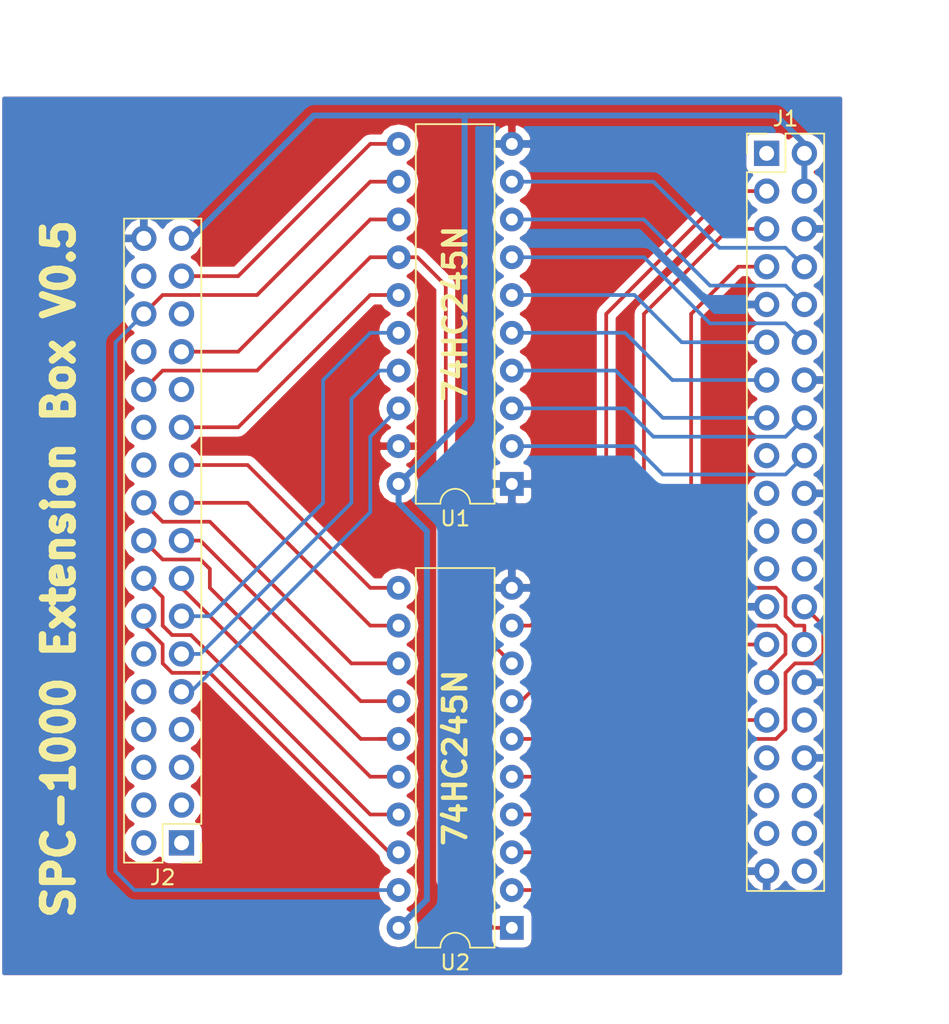
<source format=kicad_pcb>
(kicad_pcb (version 4) (host pcbnew 4.0.7)

  (general
    (links 50)
    (no_connects 1)
    (area 119.38 44.45 186.92 114.460001)
    (thickness 1.6)
    (drawings 15)
    (tracks 170)
    (zones 0)
    (modules 4)
    (nets 65)
  )

  (page A4)
  (layers
    (0 F.Cu signal)
    (31 B.Cu signal)
    (32 B.Adhes user)
    (33 F.Adhes user)
    (34 B.Paste user)
    (35 F.Paste user)
    (36 B.SilkS user)
    (37 F.SilkS user)
    (38 B.Mask user)
    (39 F.Mask user)
    (40 Dwgs.User user)
    (41 Cmts.User user)
    (42 Eco1.User user)
    (43 Eco2.User user)
    (44 Edge.Cuts user)
    (45 Margin user)
    (46 B.CrtYd user)
    (47 F.CrtYd user)
    (48 B.Fab user)
    (49 F.Fab user)
  )

  (setup
    (last_trace_width 0.25)
    (trace_clearance 0.2)
    (zone_clearance 0.508)
    (zone_45_only no)
    (trace_min 0.2)
    (segment_width 0.2)
    (edge_width 0.15)
    (via_size 0.6)
    (via_drill 0.4)
    (via_min_size 0.4)
    (via_min_drill 0.3)
    (uvia_size 0.3)
    (uvia_drill 0.1)
    (uvias_allowed no)
    (uvia_min_size 0.2)
    (uvia_min_drill 0.1)
    (pcb_text_width 0.3)
    (pcb_text_size 1.5 1.5)
    (mod_edge_width 0.15)
    (mod_text_size 1 1)
    (mod_text_width 0.15)
    (pad_size 1.524 1.524)
    (pad_drill 0.762)
    (pad_to_mask_clearance 0.2)
    (aux_axis_origin 0 0)
    (visible_elements FFFFFF7F)
    (pcbplotparams
      (layerselection 0x00030_80000001)
      (usegerberextensions false)
      (excludeedgelayer true)
      (linewidth 0.100000)
      (plotframeref false)
      (viasonmask false)
      (mode 1)
      (useauxorigin false)
      (hpglpennumber 1)
      (hpglpenspeed 20)
      (hpglpendiameter 15)
      (hpglpenoverlay 2)
      (psnegative false)
      (psa4output false)
      (plotreference true)
      (plotvalue true)
      (plotinvisibletext false)
      (padsonsilk false)
      (subtractmaskfromsilk false)
      (outputformat 1)
      (mirror false)
      (drillshape 1)
      (scaleselection 1)
      (outputdirectory ""))
  )

  (net 0 "")
  (net 1 "Net-(J1-Pad1)")
  (net 2 +5V)
  (net 3 /RD2)
  (net 4 /RD3)
  (net 5 GND)
  (net 6 /RD4)
  (net 7 /RRD)
  (net 8 /RWR)
  (net 9 /RRESET)
  (net 10 /RCLK)
  (net 11 /RA0)
  (net 12 /RA1)
  (net 13 "Net-(J1-Pad17)")
  (net 14 /RA2)
  (net 15 "Net-(J1-Pad19)")
  (net 16 "Net-(J1-Pad21)")
  (net 17 "Net-(J1-Pad22)")
  (net 18 "Net-(J1-Pad23)")
  (net 19 /REXT1)
  (net 20 /RD7)
  (net 21 /RD0)
  (net 22 /RD1)
  (net 23 /RD5)
  (net 24 /RD6)
  (net 25 "Net-(J1-Pad32)")
  (net 26 "Net-(J1-Pad33)")
  (net 27 "Net-(J1-Pad35)")
  (net 28 "Net-(J1-Pad36)")
  (net 29 "Net-(J1-Pad37)")
  (net 30 "Net-(J1-Pad38)")
  (net 31 "Net-(J1-Pad40)")
  (net 32 "Net-(J2-Pad1)")
  (net 33 "Net-(J2-Pad2)")
  (net 34 "Net-(J2-Pad3)")
  (net 35 "Net-(J2-Pad4)")
  (net 36 /A2)
  (net 37 /A1)
  (net 38 /A0)
  (net 39 /D0)
  (net 40 /D1)
  (net 41 /D2)
  (net 42 /D3)
  (net 43 /RESET)
  (net 44 /CLK)
  (net 45 /WR)
  (net 46 "Net-(J2-Pad22)")
  (net 47 /D7)
  (net 48 /D6)
  (net 49 /D5)
  (net 50 /D4)
  (net 51 "Net-(J2-Pad28)")
  (net 52 "Net-(J2-Pad29)")
  (net 53 /EXT1)
  (net 54 /RD)
  (net 55 "Net-(J2-Pad5)")
  (net 56 "Net-(J2-Pad6)")
  (net 57 "Net-(J2-Pad7)")
  (net 58 "Net-(J2-Pad8)")
  (net 59 "Net-(J2-Pad10)")
  (net 60 "Net-(J2-Pad12)")
  (net 61 "Net-(J2-Pad24)")
  (net 62 "Net-(J2-Pad25)")
  (net 63 "Net-(J2-Pad32)")
  (net 64 "Net-(J1-Pad24)")

  (net_class Default "This is the default net class."
    (clearance 0.2)
    (trace_width 0.25)
    (via_dia 0.6)
    (via_drill 0.4)
    (uvia_dia 0.3)
    (uvia_drill 0.1)
    (add_net /A0)
    (add_net /A1)
    (add_net /A2)
    (add_net /CLK)
    (add_net /D0)
    (add_net /D1)
    (add_net /D2)
    (add_net /D3)
    (add_net /D4)
    (add_net /D5)
    (add_net /D6)
    (add_net /D7)
    (add_net /EXT1)
    (add_net /RA0)
    (add_net /RA1)
    (add_net /RA2)
    (add_net /RCLK)
    (add_net /RD)
    (add_net /RD0)
    (add_net /RD1)
    (add_net /RD2)
    (add_net /RD3)
    (add_net /RD4)
    (add_net /RD5)
    (add_net /RD6)
    (add_net /RD7)
    (add_net /RESET)
    (add_net /REXT1)
    (add_net /RRD)
    (add_net /RRESET)
    (add_net /RWR)
    (add_net /WR)
    (add_net GND)
    (add_net "Net-(J1-Pad1)")
    (add_net "Net-(J1-Pad17)")
    (add_net "Net-(J1-Pad19)")
    (add_net "Net-(J1-Pad21)")
    (add_net "Net-(J1-Pad22)")
    (add_net "Net-(J1-Pad23)")
    (add_net "Net-(J1-Pad24)")
    (add_net "Net-(J1-Pad32)")
    (add_net "Net-(J1-Pad33)")
    (add_net "Net-(J1-Pad35)")
    (add_net "Net-(J1-Pad36)")
    (add_net "Net-(J1-Pad37)")
    (add_net "Net-(J1-Pad38)")
    (add_net "Net-(J1-Pad40)")
    (add_net "Net-(J2-Pad1)")
    (add_net "Net-(J2-Pad10)")
    (add_net "Net-(J2-Pad12)")
    (add_net "Net-(J2-Pad2)")
    (add_net "Net-(J2-Pad22)")
    (add_net "Net-(J2-Pad24)")
    (add_net "Net-(J2-Pad25)")
    (add_net "Net-(J2-Pad28)")
    (add_net "Net-(J2-Pad29)")
    (add_net "Net-(J2-Pad3)")
    (add_net "Net-(J2-Pad32)")
    (add_net "Net-(J2-Pad4)")
    (add_net "Net-(J2-Pad5)")
    (add_net "Net-(J2-Pad6)")
    (add_net "Net-(J2-Pad7)")
    (add_net "Net-(J2-Pad8)")
  )

  (net_class 5V ""
    (clearance 0.2)
    (trace_width 0.4)
    (via_dia 0.6)
    (via_drill 0.4)
    (uvia_dia 0.3)
    (uvia_drill 0.1)
    (add_net +5V)
  )

  (module Pin_Headers:Pin_Header_Straight_2x20_Pitch2.54mm (layer F.Cu) (tedit 59650533) (tstamp 5A40FE94)
    (at 170.815 54.61)
    (descr "Through hole straight pin header, 2x20, 2.54mm pitch, double rows")
    (tags "Through hole pin header THT 2x20 2.54mm double row")
    (path /5A3E9C84)
    (fp_text reference J1 (at 1.27 -2.33) (layer F.SilkS)
      (effects (font (size 1 1) (thickness 0.15)))
    )
    (fp_text value RPi_GPIO (at 1.27 50.59) (layer F.Fab)
      (effects (font (size 1 1) (thickness 0.15)))
    )
    (fp_line (start 0 -1.27) (end 3.81 -1.27) (layer F.Fab) (width 0.1))
    (fp_line (start 3.81 -1.27) (end 3.81 49.53) (layer F.Fab) (width 0.1))
    (fp_line (start 3.81 49.53) (end -1.27 49.53) (layer F.Fab) (width 0.1))
    (fp_line (start -1.27 49.53) (end -1.27 0) (layer F.Fab) (width 0.1))
    (fp_line (start -1.27 0) (end 0 -1.27) (layer F.Fab) (width 0.1))
    (fp_line (start -1.33 49.59) (end 3.87 49.59) (layer F.SilkS) (width 0.12))
    (fp_line (start -1.33 1.27) (end -1.33 49.59) (layer F.SilkS) (width 0.12))
    (fp_line (start 3.87 -1.33) (end 3.87 49.59) (layer F.SilkS) (width 0.12))
    (fp_line (start -1.33 1.27) (end 1.27 1.27) (layer F.SilkS) (width 0.12))
    (fp_line (start 1.27 1.27) (end 1.27 -1.33) (layer F.SilkS) (width 0.12))
    (fp_line (start 1.27 -1.33) (end 3.87 -1.33) (layer F.SilkS) (width 0.12))
    (fp_line (start -1.33 0) (end -1.33 -1.33) (layer F.SilkS) (width 0.12))
    (fp_line (start -1.33 -1.33) (end 0 -1.33) (layer F.SilkS) (width 0.12))
    (fp_line (start -1.8 -1.8) (end -1.8 50.05) (layer F.CrtYd) (width 0.05))
    (fp_line (start -1.8 50.05) (end 4.35 50.05) (layer F.CrtYd) (width 0.05))
    (fp_line (start 4.35 50.05) (end 4.35 -1.8) (layer F.CrtYd) (width 0.05))
    (fp_line (start 4.35 -1.8) (end -1.8 -1.8) (layer F.CrtYd) (width 0.05))
    (fp_text user %R (at 1.27 24.13 90) (layer F.Fab)
      (effects (font (size 1 1) (thickness 0.15)))
    )
    (pad 1 thru_hole rect (at 0 0) (size 1.7 1.7) (drill 1) (layers *.Cu *.Mask)
      (net 1 "Net-(J1-Pad1)"))
    (pad 2 thru_hole oval (at 2.54 0) (size 1.7 1.7) (drill 1) (layers *.Cu *.Mask)
      (net 2 +5V))
    (pad 3 thru_hole oval (at 0 2.54) (size 1.7 1.7) (drill 1) (layers *.Cu *.Mask)
      (net 3 /RD2))
    (pad 4 thru_hole oval (at 2.54 2.54) (size 1.7 1.7) (drill 1) (layers *.Cu *.Mask)
      (net 2 +5V))
    (pad 5 thru_hole oval (at 0 5.08) (size 1.7 1.7) (drill 1) (layers *.Cu *.Mask)
      (net 4 /RD3))
    (pad 6 thru_hole oval (at 2.54 5.08) (size 1.7 1.7) (drill 1) (layers *.Cu *.Mask)
      (net 5 GND))
    (pad 7 thru_hole oval (at 0 7.62) (size 1.7 1.7) (drill 1) (layers *.Cu *.Mask)
      (net 6 /RD4))
    (pad 8 thru_hole oval (at 2.54 7.62) (size 1.7 1.7) (drill 1) (layers *.Cu *.Mask)
      (net 7 /RRD))
    (pad 9 thru_hole oval (at 0 10.16) (size 1.7 1.7) (drill 1) (layers *.Cu *.Mask)
      (net 5 GND))
    (pad 10 thru_hole oval (at 2.54 10.16) (size 1.7 1.7) (drill 1) (layers *.Cu *.Mask)
      (net 8 /RWR))
    (pad 11 thru_hole oval (at 0 12.7) (size 1.7 1.7) (drill 1) (layers *.Cu *.Mask)
      (net 19 /REXT1))
    (pad 12 thru_hole oval (at 2.54 12.7) (size 1.7 1.7) (drill 1) (layers *.Cu *.Mask)
      (net 10 /RCLK))
    (pad 13 thru_hole oval (at 0 15.24) (size 1.7 1.7) (drill 1) (layers *.Cu *.Mask)
      (net 9 /RRESET))
    (pad 14 thru_hole oval (at 2.54 15.24) (size 1.7 1.7) (drill 1) (layers *.Cu *.Mask)
      (net 5 GND))
    (pad 15 thru_hole oval (at 0 17.78) (size 1.7 1.7) (drill 1) (layers *.Cu *.Mask)
      (net 11 /RA0))
    (pad 16 thru_hole oval (at 2.54 17.78) (size 1.7 1.7) (drill 1) (layers *.Cu *.Mask)
      (net 12 /RA1))
    (pad 17 thru_hole oval (at 0 20.32) (size 1.7 1.7) (drill 1) (layers *.Cu *.Mask)
      (net 13 "Net-(J1-Pad17)"))
    (pad 18 thru_hole oval (at 2.54 20.32) (size 1.7 1.7) (drill 1) (layers *.Cu *.Mask)
      (net 14 /RA2))
    (pad 19 thru_hole oval (at 0 22.86) (size 1.7 1.7) (drill 1) (layers *.Cu *.Mask)
      (net 15 "Net-(J1-Pad19)"))
    (pad 20 thru_hole oval (at 2.54 22.86) (size 1.7 1.7) (drill 1) (layers *.Cu *.Mask)
      (net 5 GND))
    (pad 21 thru_hole oval (at 0 25.4) (size 1.7 1.7) (drill 1) (layers *.Cu *.Mask)
      (net 16 "Net-(J1-Pad21)"))
    (pad 22 thru_hole oval (at 2.54 25.4) (size 1.7 1.7) (drill 1) (layers *.Cu *.Mask)
      (net 17 "Net-(J1-Pad22)"))
    (pad 23 thru_hole oval (at 0 27.94) (size 1.7 1.7) (drill 1) (layers *.Cu *.Mask)
      (net 18 "Net-(J1-Pad23)"))
    (pad 24 thru_hole oval (at 2.54 27.94) (size 1.7 1.7) (drill 1) (layers *.Cu *.Mask)
      (net 64 "Net-(J1-Pad24)"))
    (pad 25 thru_hole oval (at 0 30.48) (size 1.7 1.7) (drill 1) (layers *.Cu *.Mask)
      (net 5 GND))
    (pad 26 thru_hole oval (at 2.54 30.48) (size 1.7 1.7) (drill 1) (layers *.Cu *.Mask)
      (net 20 /RD7))
    (pad 27 thru_hole oval (at 0 33.02) (size 1.7 1.7) (drill 1) (layers *.Cu *.Mask)
      (net 21 /RD0))
    (pad 28 thru_hole oval (at 2.54 33.02) (size 1.7 1.7) (drill 1) (layers *.Cu *.Mask)
      (net 22 /RD1))
    (pad 29 thru_hole oval (at 0 35.56) (size 1.7 1.7) (drill 1) (layers *.Cu *.Mask)
      (net 23 /RD5))
    (pad 30 thru_hole oval (at 2.54 35.56) (size 1.7 1.7) (drill 1) (layers *.Cu *.Mask)
      (net 5 GND))
    (pad 31 thru_hole oval (at 0 38.1) (size 1.7 1.7) (drill 1) (layers *.Cu *.Mask)
      (net 24 /RD6))
    (pad 32 thru_hole oval (at 2.54 38.1) (size 1.7 1.7) (drill 1) (layers *.Cu *.Mask)
      (net 25 "Net-(J1-Pad32)"))
    (pad 33 thru_hole oval (at 0 40.64) (size 1.7 1.7) (drill 1) (layers *.Cu *.Mask)
      (net 26 "Net-(J1-Pad33)"))
    (pad 34 thru_hole oval (at 2.54 40.64) (size 1.7 1.7) (drill 1) (layers *.Cu *.Mask)
      (net 5 GND))
    (pad 35 thru_hole oval (at 0 43.18) (size 1.7 1.7) (drill 1) (layers *.Cu *.Mask)
      (net 27 "Net-(J1-Pad35)"))
    (pad 36 thru_hole oval (at 2.54 43.18) (size 1.7 1.7) (drill 1) (layers *.Cu *.Mask)
      (net 28 "Net-(J1-Pad36)"))
    (pad 37 thru_hole oval (at 0 45.72) (size 1.7 1.7) (drill 1) (layers *.Cu *.Mask)
      (net 29 "Net-(J1-Pad37)"))
    (pad 38 thru_hole oval (at 2.54 45.72) (size 1.7 1.7) (drill 1) (layers *.Cu *.Mask)
      (net 30 "Net-(J1-Pad38)"))
    (pad 39 thru_hole oval (at 0 48.26) (size 1.7 1.7) (drill 1) (layers *.Cu *.Mask)
      (net 5 GND))
    (pad 40 thru_hole oval (at 2.54 48.26) (size 1.7 1.7) (drill 1) (layers *.Cu *.Mask)
      (net 31 "Net-(J1-Pad40)"))
    (model ${KISYS3DMOD}/Pin_Headers.3dshapes/Pin_Header_Straight_2x20_Pitch2.54mm.wrl
      (at (xyz 0 0 0))
      (scale (xyz 1 1 1))
      (rotate (xyz 0 0 0))
    )
  )

  (module Pin_Headers:Pin_Header_Straight_2x17_Pitch2.54mm (layer F.Cu) (tedit 59650533) (tstamp 5A40FECC)
    (at 131.445 100.965 180)
    (descr "Through hole straight pin header, 2x17, 2.54mm pitch, double rows")
    (tags "Through hole pin header THT 2x17 2.54mm double row")
    (path /5A3E9D10)
    (fp_text reference J2 (at 1.27 -2.33 180) (layer F.SilkS)
      (effects (font (size 1 1) (thickness 0.15)))
    )
    (fp_text value Conn_02x17_Top_Bottom (at 1.27 42.97 180) (layer F.Fab)
      (effects (font (size 1 1) (thickness 0.15)))
    )
    (fp_line (start 0 -1.27) (end 3.81 -1.27) (layer F.Fab) (width 0.1))
    (fp_line (start 3.81 -1.27) (end 3.81 41.91) (layer F.Fab) (width 0.1))
    (fp_line (start 3.81 41.91) (end -1.27 41.91) (layer F.Fab) (width 0.1))
    (fp_line (start -1.27 41.91) (end -1.27 0) (layer F.Fab) (width 0.1))
    (fp_line (start -1.27 0) (end 0 -1.27) (layer F.Fab) (width 0.1))
    (fp_line (start -1.33 41.97) (end 3.87 41.97) (layer F.SilkS) (width 0.12))
    (fp_line (start -1.33 1.27) (end -1.33 41.97) (layer F.SilkS) (width 0.12))
    (fp_line (start 3.87 -1.33) (end 3.87 41.97) (layer F.SilkS) (width 0.12))
    (fp_line (start -1.33 1.27) (end 1.27 1.27) (layer F.SilkS) (width 0.12))
    (fp_line (start 1.27 1.27) (end 1.27 -1.33) (layer F.SilkS) (width 0.12))
    (fp_line (start 1.27 -1.33) (end 3.87 -1.33) (layer F.SilkS) (width 0.12))
    (fp_line (start -1.33 0) (end -1.33 -1.33) (layer F.SilkS) (width 0.12))
    (fp_line (start -1.33 -1.33) (end 0 -1.33) (layer F.SilkS) (width 0.12))
    (fp_line (start -1.8 -1.8) (end -1.8 42.45) (layer F.CrtYd) (width 0.05))
    (fp_line (start -1.8 42.45) (end 4.35 42.45) (layer F.CrtYd) (width 0.05))
    (fp_line (start 4.35 42.45) (end 4.35 -1.8) (layer F.CrtYd) (width 0.05))
    (fp_line (start 4.35 -1.8) (end -1.8 -1.8) (layer F.CrtYd) (width 0.05))
    (fp_text user %R (at 1.27 20.32 270) (layer F.Fab)
      (effects (font (size 1 1) (thickness 0.15)))
    )
    (pad 1 thru_hole rect (at 0 0 180) (size 1.7 1.7) (drill 1) (layers *.Cu *.Mask)
      (net 32 "Net-(J2-Pad1)"))
    (pad 2 thru_hole oval (at 2.54 0 180) (size 1.7 1.7) (drill 1) (layers *.Cu *.Mask)
      (net 33 "Net-(J2-Pad2)"))
    (pad 3 thru_hole oval (at 0 2.54 180) (size 1.7 1.7) (drill 1) (layers *.Cu *.Mask)
      (net 34 "Net-(J2-Pad3)"))
    (pad 4 thru_hole oval (at 2.54 2.54 180) (size 1.7 1.7) (drill 1) (layers *.Cu *.Mask)
      (net 35 "Net-(J2-Pad4)"))
    (pad 5 thru_hole oval (at 0 5.08 180) (size 1.7 1.7) (drill 1) (layers *.Cu *.Mask)
      (net 55 "Net-(J2-Pad5)"))
    (pad 6 thru_hole oval (at 2.54 5.08 180) (size 1.7 1.7) (drill 1) (layers *.Cu *.Mask)
      (net 56 "Net-(J2-Pad6)"))
    (pad 7 thru_hole oval (at 0 7.62 180) (size 1.7 1.7) (drill 1) (layers *.Cu *.Mask)
      (net 57 "Net-(J2-Pad7)"))
    (pad 8 thru_hole oval (at 2.54 7.62 180) (size 1.7 1.7) (drill 1) (layers *.Cu *.Mask)
      (net 58 "Net-(J2-Pad8)"))
    (pad 9 thru_hole oval (at 0 10.16 180) (size 1.7 1.7) (drill 1) (layers *.Cu *.Mask)
      (net 36 /A2))
    (pad 10 thru_hole oval (at 2.54 10.16 180) (size 1.7 1.7) (drill 1) (layers *.Cu *.Mask)
      (net 59 "Net-(J2-Pad10)"))
    (pad 11 thru_hole oval (at 0 12.7 180) (size 1.7 1.7) (drill 1) (layers *.Cu *.Mask)
      (net 37 /A1))
    (pad 12 thru_hole oval (at 2.54 12.7 180) (size 1.7 1.7) (drill 1) (layers *.Cu *.Mask)
      (net 60 "Net-(J2-Pad12)"))
    (pad 13 thru_hole oval (at 0 15.24 180) (size 1.7 1.7) (drill 1) (layers *.Cu *.Mask)
      (net 38 /A0))
    (pad 14 thru_hole oval (at 2.54 15.24 180) (size 1.7 1.7) (drill 1) (layers *.Cu *.Mask)
      (net 47 /D7))
    (pad 15 thru_hole oval (at 0 17.78 180) (size 1.7 1.7) (drill 1) (layers *.Cu *.Mask)
      (net 39 /D0))
    (pad 16 thru_hole oval (at 2.54 17.78 180) (size 1.7 1.7) (drill 1) (layers *.Cu *.Mask)
      (net 48 /D6))
    (pad 17 thru_hole oval (at 0 20.32 180) (size 1.7 1.7) (drill 1) (layers *.Cu *.Mask)
      (net 40 /D1))
    (pad 18 thru_hole oval (at 2.54 20.32 180) (size 1.7 1.7) (drill 1) (layers *.Cu *.Mask)
      (net 49 /D5))
    (pad 19 thru_hole oval (at 0 22.86 180) (size 1.7 1.7) (drill 1) (layers *.Cu *.Mask)
      (net 41 /D2))
    (pad 20 thru_hole oval (at 2.54 22.86 180) (size 1.7 1.7) (drill 1) (layers *.Cu *.Mask)
      (net 50 /D4))
    (pad 21 thru_hole oval (at 0 25.4 180) (size 1.7 1.7) (drill 1) (layers *.Cu *.Mask)
      (net 42 /D3))
    (pad 22 thru_hole oval (at 2.54 25.4 180) (size 1.7 1.7) (drill 1) (layers *.Cu *.Mask)
      (net 46 "Net-(J2-Pad22)"))
    (pad 23 thru_hole oval (at 0 27.94 180) (size 1.7 1.7) (drill 1) (layers *.Cu *.Mask)
      (net 43 /RESET))
    (pad 24 thru_hole oval (at 2.54 27.94 180) (size 1.7 1.7) (drill 1) (layers *.Cu *.Mask)
      (net 61 "Net-(J2-Pad24)"))
    (pad 25 thru_hole oval (at 0 30.48 180) (size 1.7 1.7) (drill 1) (layers *.Cu *.Mask)
      (net 62 "Net-(J2-Pad25)"))
    (pad 26 thru_hole oval (at 2.54 30.48 180) (size 1.7 1.7) (drill 1) (layers *.Cu *.Mask)
      (net 53 /EXT1))
    (pad 27 thru_hole oval (at 0 33.02 180) (size 1.7 1.7) (drill 1) (layers *.Cu *.Mask)
      (net 44 /CLK))
    (pad 28 thru_hole oval (at 2.54 33.02 180) (size 1.7 1.7) (drill 1) (layers *.Cu *.Mask)
      (net 51 "Net-(J2-Pad28)"))
    (pad 29 thru_hole oval (at 0 35.56 180) (size 1.7 1.7) (drill 1) (layers *.Cu *.Mask)
      (net 52 "Net-(J2-Pad29)"))
    (pad 30 thru_hole oval (at 2.54 35.56 180) (size 1.7 1.7) (drill 1) (layers *.Cu *.Mask)
      (net 54 /RD))
    (pad 31 thru_hole oval (at 0 38.1 180) (size 1.7 1.7) (drill 1) (layers *.Cu *.Mask)
      (net 45 /WR))
    (pad 32 thru_hole oval (at 2.54 38.1 180) (size 1.7 1.7) (drill 1) (layers *.Cu *.Mask)
      (net 63 "Net-(J2-Pad32)"))
    (pad 33 thru_hole oval (at 0 40.64 180) (size 1.7 1.7) (drill 1) (layers *.Cu *.Mask)
      (net 2 +5V))
    (pad 34 thru_hole oval (at 2.54 40.64 180) (size 1.7 1.7) (drill 1) (layers *.Cu *.Mask)
      (net 5 GND))
    (model ${KISYS3DMOD}/Pin_Headers.3dshapes/Pin_Header_Straight_2x17_Pitch2.54mm.wrl
      (at (xyz 0 0 0))
      (scale (xyz 1 1 1))
      (rotate (xyz 0 0 0))
    )
  )

  (module Housings_DIP:DIP-20_W7.62mm (layer F.Cu) (tedit 59C78D6B) (tstamp 5A40FEF4)
    (at 153.67 76.835 180)
    (descr "20-lead though-hole mounted DIP package, row spacing 7.62 mm (300 mils)")
    (tags "THT DIP DIL PDIP 2.54mm 7.62mm 300mil")
    (path /5A40DFA5)
    (fp_text reference U1 (at 3.81 -2.33 180) (layer F.SilkS)
      (effects (font (size 1 1) (thickness 0.15)))
    )
    (fp_text value 74LS245 (at 3.81 25.19 180) (layer F.Fab)
      (effects (font (size 1 1) (thickness 0.15)))
    )
    (fp_arc (start 3.81 -1.33) (end 2.81 -1.33) (angle -180) (layer F.SilkS) (width 0.12))
    (fp_line (start 1.635 -1.27) (end 6.985 -1.27) (layer F.Fab) (width 0.1))
    (fp_line (start 6.985 -1.27) (end 6.985 24.13) (layer F.Fab) (width 0.1))
    (fp_line (start 6.985 24.13) (end 0.635 24.13) (layer F.Fab) (width 0.1))
    (fp_line (start 0.635 24.13) (end 0.635 -0.27) (layer F.Fab) (width 0.1))
    (fp_line (start 0.635 -0.27) (end 1.635 -1.27) (layer F.Fab) (width 0.1))
    (fp_line (start 2.81 -1.33) (end 1.16 -1.33) (layer F.SilkS) (width 0.12))
    (fp_line (start 1.16 -1.33) (end 1.16 24.19) (layer F.SilkS) (width 0.12))
    (fp_line (start 1.16 24.19) (end 6.46 24.19) (layer F.SilkS) (width 0.12))
    (fp_line (start 6.46 24.19) (end 6.46 -1.33) (layer F.SilkS) (width 0.12))
    (fp_line (start 6.46 -1.33) (end 4.81 -1.33) (layer F.SilkS) (width 0.12))
    (fp_line (start -1.1 -1.55) (end -1.1 24.4) (layer F.CrtYd) (width 0.05))
    (fp_line (start -1.1 24.4) (end 8.7 24.4) (layer F.CrtYd) (width 0.05))
    (fp_line (start 8.7 24.4) (end 8.7 -1.55) (layer F.CrtYd) (width 0.05))
    (fp_line (start 8.7 -1.55) (end -1.1 -1.55) (layer F.CrtYd) (width 0.05))
    (fp_text user %R (at 3.81 11.43 180) (layer F.Fab)
      (effects (font (size 1 1) (thickness 0.15)))
    )
    (pad 1 thru_hole rect (at 0 0 180) (size 1.6 1.6) (drill 0.8) (layers *.Cu *.Mask)
      (net 5 GND))
    (pad 11 thru_hole oval (at 7.62 22.86 180) (size 1.6 1.6) (drill 0.8) (layers *.Cu *.Mask)
      (net 45 /WR))
    (pad 2 thru_hole oval (at 0 2.54 180) (size 1.6 1.6) (drill 0.8) (layers *.Cu *.Mask)
      (net 14 /RA2))
    (pad 12 thru_hole oval (at 7.62 20.32 180) (size 1.6 1.6) (drill 0.8) (layers *.Cu *.Mask)
      (net 54 /RD))
    (pad 3 thru_hole oval (at 0 5.08 180) (size 1.6 1.6) (drill 0.8) (layers *.Cu *.Mask)
      (net 12 /RA1))
    (pad 13 thru_hole oval (at 7.62 17.78 180) (size 1.6 1.6) (drill 0.8) (layers *.Cu *.Mask)
      (net 44 /CLK))
    (pad 4 thru_hole oval (at 0 7.62 180) (size 1.6 1.6) (drill 0.8) (layers *.Cu *.Mask)
      (net 11 /RA0))
    (pad 14 thru_hole oval (at 7.62 15.24 180) (size 1.6 1.6) (drill 0.8) (layers *.Cu *.Mask)
      (net 53 /EXT1))
    (pad 5 thru_hole oval (at 0 10.16 180) (size 1.6 1.6) (drill 0.8) (layers *.Cu *.Mask)
      (net 9 /RRESET))
    (pad 15 thru_hole oval (at 7.62 12.7 180) (size 1.6 1.6) (drill 0.8) (layers *.Cu *.Mask)
      (net 43 /RESET))
    (pad 6 thru_hole oval (at 0 12.7 180) (size 1.6 1.6) (drill 0.8) (layers *.Cu *.Mask)
      (net 19 /REXT1))
    (pad 16 thru_hole oval (at 7.62 10.16 180) (size 1.6 1.6) (drill 0.8) (layers *.Cu *.Mask)
      (net 38 /A0))
    (pad 7 thru_hole oval (at 0 15.24 180) (size 1.6 1.6) (drill 0.8) (layers *.Cu *.Mask)
      (net 10 /RCLK))
    (pad 17 thru_hole oval (at 7.62 7.62 180) (size 1.6 1.6) (drill 0.8) (layers *.Cu *.Mask)
      (net 37 /A1))
    (pad 8 thru_hole oval (at 0 17.78 180) (size 1.6 1.6) (drill 0.8) (layers *.Cu *.Mask)
      (net 8 /RWR))
    (pad 18 thru_hole oval (at 7.62 5.08 180) (size 1.6 1.6) (drill 0.8) (layers *.Cu *.Mask)
      (net 36 /A2))
    (pad 9 thru_hole oval (at 0 20.32 180) (size 1.6 1.6) (drill 0.8) (layers *.Cu *.Mask)
      (net 7 /RRD))
    (pad 19 thru_hole oval (at 7.62 2.54 180) (size 1.6 1.6) (drill 0.8) (layers *.Cu *.Mask)
      (net 5 GND))
    (pad 10 thru_hole oval (at 0 22.86 180) (size 1.6 1.6) (drill 0.8) (layers *.Cu *.Mask)
      (net 5 GND))
    (pad 20 thru_hole oval (at 7.62 0 180) (size 1.6 1.6) (drill 0.8) (layers *.Cu *.Mask)
      (net 2 +5V))
    (model ${KISYS3DMOD}/Housings_DIP.3dshapes/DIP-20_W7.62mm.wrl
      (at (xyz 0 0 0))
      (scale (xyz 1 1 1))
      (rotate (xyz 0 0 0))
    )
  )

  (module Housings_DIP:DIP-20_W7.62mm (layer F.Cu) (tedit 59C78D6B) (tstamp 5A40FF1C)
    (at 153.67 106.68 180)
    (descr "20-lead though-hole mounted DIP package, row spacing 7.62 mm (300 mils)")
    (tags "THT DIP DIL PDIP 2.54mm 7.62mm 300mil")
    (path /5A3E9CA7)
    (fp_text reference U2 (at 3.81 -2.33 180) (layer F.SilkS)
      (effects (font (size 1 1) (thickness 0.15)))
    )
    (fp_text value 74LS245 (at 3.81 25.19 180) (layer F.Fab)
      (effects (font (size 1 1) (thickness 0.15)))
    )
    (fp_arc (start 3.81 -1.33) (end 2.81 -1.33) (angle -180) (layer F.SilkS) (width 0.12))
    (fp_line (start 1.635 -1.27) (end 6.985 -1.27) (layer F.Fab) (width 0.1))
    (fp_line (start 6.985 -1.27) (end 6.985 24.13) (layer F.Fab) (width 0.1))
    (fp_line (start 6.985 24.13) (end 0.635 24.13) (layer F.Fab) (width 0.1))
    (fp_line (start 0.635 24.13) (end 0.635 -0.27) (layer F.Fab) (width 0.1))
    (fp_line (start 0.635 -0.27) (end 1.635 -1.27) (layer F.Fab) (width 0.1))
    (fp_line (start 2.81 -1.33) (end 1.16 -1.33) (layer F.SilkS) (width 0.12))
    (fp_line (start 1.16 -1.33) (end 1.16 24.19) (layer F.SilkS) (width 0.12))
    (fp_line (start 1.16 24.19) (end 6.46 24.19) (layer F.SilkS) (width 0.12))
    (fp_line (start 6.46 24.19) (end 6.46 -1.33) (layer F.SilkS) (width 0.12))
    (fp_line (start 6.46 -1.33) (end 4.81 -1.33) (layer F.SilkS) (width 0.12))
    (fp_line (start -1.1 -1.55) (end -1.1 24.4) (layer F.CrtYd) (width 0.05))
    (fp_line (start -1.1 24.4) (end 8.7 24.4) (layer F.CrtYd) (width 0.05))
    (fp_line (start 8.7 24.4) (end 8.7 -1.55) (layer F.CrtYd) (width 0.05))
    (fp_line (start 8.7 -1.55) (end -1.1 -1.55) (layer F.CrtYd) (width 0.05))
    (fp_text user %R (at 3.81 11.43 180) (layer F.Fab)
      (effects (font (size 1 1) (thickness 0.15)))
    )
    (pad 1 thru_hole rect (at 0 0 180) (size 1.6 1.6) (drill 0.8) (layers *.Cu *.Mask)
      (net 53 /EXT1))
    (pad 11 thru_hole oval (at 7.62 22.86 180) (size 1.6 1.6) (drill 0.8) (layers *.Cu *.Mask)
      (net 42 /D3))
    (pad 2 thru_hole oval (at 0 2.54 180) (size 1.6 1.6) (drill 0.8) (layers *.Cu *.Mask)
      (net 20 /RD7))
    (pad 12 thru_hole oval (at 7.62 20.32 180) (size 1.6 1.6) (drill 0.8) (layers *.Cu *.Mask)
      (net 41 /D2))
    (pad 3 thru_hole oval (at 0 5.08 180) (size 1.6 1.6) (drill 0.8) (layers *.Cu *.Mask)
      (net 24 /RD6))
    (pad 13 thru_hole oval (at 7.62 17.78 180) (size 1.6 1.6) (drill 0.8) (layers *.Cu *.Mask)
      (net 50 /D4))
    (pad 4 thru_hole oval (at 0 7.62 180) (size 1.6 1.6) (drill 0.8) (layers *.Cu *.Mask)
      (net 21 /RD0))
    (pad 14 thru_hole oval (at 7.62 15.24 180) (size 1.6 1.6) (drill 0.8) (layers *.Cu *.Mask)
      (net 40 /D1))
    (pad 5 thru_hole oval (at 0 10.16 180) (size 1.6 1.6) (drill 0.8) (layers *.Cu *.Mask)
      (net 23 /RD5))
    (pad 15 thru_hole oval (at 7.62 12.7 180) (size 1.6 1.6) (drill 0.8) (layers *.Cu *.Mask)
      (net 49 /D5))
    (pad 6 thru_hole oval (at 0 12.7 180) (size 1.6 1.6) (drill 0.8) (layers *.Cu *.Mask)
      (net 22 /RD1))
    (pad 16 thru_hole oval (at 7.62 10.16 180) (size 1.6 1.6) (drill 0.8) (layers *.Cu *.Mask)
      (net 39 /D0))
    (pad 7 thru_hole oval (at 0 15.24 180) (size 1.6 1.6) (drill 0.8) (layers *.Cu *.Mask)
      (net 6 /RD4))
    (pad 17 thru_hole oval (at 7.62 7.62 180) (size 1.6 1.6) (drill 0.8) (layers *.Cu *.Mask)
      (net 48 /D6))
    (pad 8 thru_hole oval (at 0 17.78 180) (size 1.6 1.6) (drill 0.8) (layers *.Cu *.Mask)
      (net 3 /RD2))
    (pad 18 thru_hole oval (at 7.62 5.08 180) (size 1.6 1.6) (drill 0.8) (layers *.Cu *.Mask)
      (net 47 /D7))
    (pad 9 thru_hole oval (at 0 20.32 180) (size 1.6 1.6) (drill 0.8) (layers *.Cu *.Mask)
      (net 4 /RD3))
    (pad 19 thru_hole oval (at 7.62 2.54 180) (size 1.6 1.6) (drill 0.8) (layers *.Cu *.Mask)
      (net 54 /RD))
    (pad 10 thru_hole oval (at 0 22.86 180) (size 1.6 1.6) (drill 0.8) (layers *.Cu *.Mask)
      (net 5 GND))
    (pad 20 thru_hole oval (at 7.62 0 180) (size 1.6 1.6) (drill 0.8) (layers *.Cu *.Mask)
      (net 2 +5V))
    (model ${KISYS3DMOD}/Housings_DIP.3dshapes/DIP-20_W7.62mm.wrl
      (at (xyz 0 0 0))
      (scale (xyz 1 1 1))
      (rotate (xyz 0 0 0))
    )
  )

  (gr_text "SPC-1000 Extension Box V0.5" (at 123.19 82.55 90) (layer F.SilkS)
    (effects (font (size 2 2) (thickness 0.5)))
  )
  (gr_text 74HC245N (at 149.86 65.405 90) (layer F.SilkS)
    (effects (font (size 1.5 1.5) (thickness 0.3)))
  )
  (gr_text 74HC245N (at 149.86 95.25 90) (layer F.SilkS)
    (effects (font (size 1.5 1.5) (thickness 0.3)))
  )
  (dimension 65.405 (width 0.3) (layer Dwgs.User)
    (gr_text "65.405 mm" (at 180.42 77.1525 90) (layer Dwgs.User)
      (effects (font (size 1.5 1.5) (thickness 0.3)))
    )
    (feature1 (pts (xy 177.165 44.45) (xy 181.77 44.45)))
    (feature2 (pts (xy 177.165 109.855) (xy 181.77 109.855)))
    (crossbar (pts (xy 179.07 109.855) (xy 179.07 44.45)))
    (arrow1a (pts (xy 179.07 44.45) (xy 179.656421 45.576504)))
    (arrow1b (pts (xy 179.07 44.45) (xy 178.483579 45.576504)))
    (arrow2a (pts (xy 179.07 109.855) (xy 179.656421 108.728496)))
    (arrow2b (pts (xy 179.07 109.855) (xy 178.483579 108.728496)))
  )
  (dimension 56.515 (width 0.3) (layer Dwgs.User)
    (gr_text "56.515 mm" (at 147.6375 109.775) (layer Dwgs.User)
      (effects (font (size 1.5 1.5) (thickness 0.3)))
    )
    (feature1 (pts (xy 119.38 113.03) (xy 119.38 108.425)))
    (feature2 (pts (xy 175.895 113.03) (xy 175.895 108.425)))
    (crossbar (pts (xy 175.895 111.125) (xy 119.38 111.125)))
    (arrow1a (pts (xy 119.38 111.125) (xy 120.506504 110.538579)))
    (arrow1b (pts (xy 119.38 111.125) (xy 120.506504 111.711421)))
    (arrow2a (pts (xy 175.895 111.125) (xy 174.768496 110.538579)))
    (arrow2b (pts (xy 175.895 111.125) (xy 174.768496 111.711421)))
  )
  (dimension 50.165 (width 0.3) (layer Dwgs.User)
    (gr_text "50.165 mm" (at 150.8125 113.11) (layer Dwgs.User)
      (effects (font (size 1.5 1.5) (thickness 0.3)))
    )
    (feature1 (pts (xy 175.895 111.76) (xy 175.895 114.46)))
    (feature2 (pts (xy 125.73 111.76) (xy 125.73 114.46)))
    (crossbar (pts (xy 125.73 111.76) (xy 175.895 111.76)))
    (arrow1a (pts (xy 175.895 111.76) (xy 174.768496 112.346421)))
    (arrow1b (pts (xy 175.895 111.76) (xy 174.768496 111.173579)))
    (arrow2a (pts (xy 125.73 111.76) (xy 126.856504 112.346421)))
    (arrow2b (pts (xy 125.73 111.76) (xy 126.856504 111.173579)))
  )
  (gr_line (start 125.73 109.855) (end 175.895 109.855) (angle 90) (layer B.Paste) (width 0.2))
  (gr_line (start 125.73 50.8) (end 125.73 109.855) (angle 90) (layer B.Paste) (width 0.2))
  (gr_line (start 175.895 50.8) (end 125.73 50.8) (angle 90) (layer B.Paste) (width 0.2))
  (gr_line (start 175.895 109.855) (end 175.895 50.8) (angle 90) (layer B.Paste) (width 0.2))
  (gr_line (start 175.26 109.855) (end 175.895 109.855) (angle 90) (layer F.Paste) (width 0.2))
  (gr_line (start 125.73 109.855) (end 175.26 109.855) (angle 90) (layer F.Paste) (width 0.2))
  (gr_line (start 125.73 50.8) (end 125.73 109.855) (angle 90) (layer F.Paste) (width 0.2))
  (gr_line (start 175.895 50.8) (end 125.73 50.8) (angle 90) (layer F.Paste) (width 0.2))
  (gr_line (start 175.895 109.855) (end 175.895 50.8) (angle 90) (layer F.Paste) (width 0.2))

  (segment (start 173.355 54.61) (end 173.355 53.975) (width 0.4) (layer B.Cu) (net 2))
  (segment (start 173.355 53.975) (end 171.45 52.07) (width 0.4) (layer B.Cu) (net 2) (tstamp 5A41F7FF))
  (segment (start 173.355 54.61) (end 173.355 57.15) (width 0.4) (layer B.Cu) (net 2))
  (segment (start 131.445 60.325) (end 132.08 60.325) (width 0.4) (layer B.Cu) (net 2))
  (segment (start 132.08 60.325) (end 140.335 52.07) (width 0.4) (layer B.Cu) (net 2) (tstamp 5A41F7F6))
  (segment (start 140.335 52.07) (end 171.45 52.07) (width 0.4) (layer B.Cu) (net 2) (tstamp 5A41F7F7))
  (segment (start 146.05 76.835) (end 146.05 78.105) (width 0.4) (layer B.Cu) (net 2))
  (segment (start 147.955 104.775) (end 146.05 106.68) (width 0.4) (layer B.Cu) (net 2) (tstamp 5A41F7F1))
  (segment (start 147.955 80.01) (end 147.955 104.775) (width 0.4) (layer B.Cu) (net 2) (tstamp 5A41F7EF))
  (segment (start 146.05 78.105) (end 147.955 80.01) (width 0.4) (layer B.Cu) (net 2) (tstamp 5A41F7EE))
  (segment (start 150.495 52.07) (end 150.495 72.39) (width 0.4) (layer B.Cu) (net 2))
  (segment (start 150.495 72.39) (end 146.05 76.835) (width 0.4) (layer B.Cu) (net 2) (tstamp 5A41F7EA))
  (segment (start 132.08 60.325) (end 140.335 52.07) (width 0.25) (layer B.Cu) (net 2) (tstamp 5A41F7CF))
  (segment (start 140.335 52.07) (end 150.495 52.07) (width 0.25) (layer B.Cu) (net 2) (tstamp 5A41F7D0))
  (segment (start 153.67 88.9) (end 151.13 86.36) (width 0.25) (layer F.Cu) (net 3))
  (segment (start 168.275 57.15) (end 170.815 57.15) (width 0.25) (layer F.Cu) (net 3) (tstamp 5A41F73D))
  (segment (start 160.02 65.405) (end 168.275 57.15) (width 0.25) (layer F.Cu) (net 3) (tstamp 5A41F73B))
  (segment (start 160.02 76.835) (end 160.02 65.405) (width 0.25) (layer F.Cu) (net 3) (tstamp 5A41F739))
  (segment (start 156.845 80.01) (end 160.02 76.835) (width 0.25) (layer F.Cu) (net 3) (tstamp 5A41F738))
  (segment (start 153.035 80.01) (end 156.845 80.01) (width 0.25) (layer F.Cu) (net 3) (tstamp 5A41F737))
  (segment (start 151.13 81.915) (end 153.035 80.01) (width 0.25) (layer F.Cu) (net 3) (tstamp 5A41F736))
  (segment (start 151.13 86.36) (end 151.13 81.915) (width 0.25) (layer F.Cu) (net 3) (tstamp 5A41F735))
  (segment (start 153.67 86.36) (end 154.94 86.36) (width 0.25) (layer F.Cu) (net 4))
  (segment (start 168.275 59.69) (end 170.815 59.69) (width 0.25) (layer F.Cu) (net 4) (tstamp 5A41F729))
  (segment (start 162.56 65.405) (end 168.275 59.69) (width 0.25) (layer F.Cu) (net 4) (tstamp 5A41F727))
  (segment (start 162.56 78.74) (end 162.56 65.405) (width 0.25) (layer F.Cu) (net 4) (tstamp 5A41F725))
  (segment (start 154.94 86.36) (end 162.56 78.74) (width 0.25) (layer F.Cu) (net 4) (tstamp 5A41F723))
  (segment (start 153.67 91.44) (end 154.305 91.44) (width 0.25) (layer F.Cu) (net 6))
  (segment (start 154.305 91.44) (end 165.735 80.01) (width 0.25) (layer F.Cu) (net 6) (tstamp 5A41F741))
  (segment (start 165.735 80.01) (end 165.735 65.405) (width 0.25) (layer F.Cu) (net 6) (tstamp 5A41F742))
  (segment (start 165.735 65.405) (end 168.91 62.23) (width 0.25) (layer F.Cu) (net 6) (tstamp 5A41F744))
  (segment (start 168.91 62.23) (end 170.815 62.23) (width 0.25) (layer F.Cu) (net 6) (tstamp 5A41F746))
  (segment (start 153.67 56.515) (end 163.195 56.515) (width 0.25) (layer B.Cu) (net 7))
  (segment (start 172.085 60.96) (end 173.355 62.23) (width 0.25) (layer B.Cu) (net 7) (tstamp 5A41F774))
  (segment (start 167.64 60.96) (end 172.085 60.96) (width 0.25) (layer B.Cu) (net 7) (tstamp 5A41F772))
  (segment (start 163.195 56.515) (end 167.64 60.96) (width 0.25) (layer B.Cu) (net 7) (tstamp 5A41F771))
  (segment (start 153.67 59.055) (end 162.56 59.055) (width 0.25) (layer B.Cu) (net 8))
  (segment (start 172.085 63.5) (end 173.355 64.77) (width 0.25) (layer B.Cu) (net 8) (tstamp 5A41F77C))
  (segment (start 167.005 63.5) (end 172.085 63.5) (width 0.25) (layer B.Cu) (net 8) (tstamp 5A41F77A))
  (segment (start 162.56 59.055) (end 167.005 63.5) (width 0.25) (layer B.Cu) (net 8) (tstamp 5A41F778))
  (segment (start 153.67 66.675) (end 161.29 66.675) (width 0.25) (layer B.Cu) (net 9))
  (segment (start 164.465 69.85) (end 170.815 69.85) (width 0.25) (layer B.Cu) (net 9) (tstamp 5A41F78F))
  (segment (start 161.29 66.675) (end 164.465 69.85) (width 0.25) (layer B.Cu) (net 9) (tstamp 5A41F78D))
  (segment (start 153.67 61.595) (end 162.56 61.595) (width 0.25) (layer B.Cu) (net 10))
  (segment (start 172.085 66.04) (end 173.355 67.31) (width 0.25) (layer B.Cu) (net 10) (tstamp 5A41F784))
  (segment (start 167.005 66.04) (end 172.085 66.04) (width 0.25) (layer B.Cu) (net 10) (tstamp 5A41F782))
  (segment (start 162.56 61.595) (end 167.005 66.04) (width 0.25) (layer B.Cu) (net 10) (tstamp 5A41F780))
  (segment (start 153.67 69.215) (end 160.655 69.215) (width 0.25) (layer B.Cu) (net 11))
  (segment (start 163.83 72.39) (end 170.815 72.39) (width 0.25) (layer B.Cu) (net 11) (tstamp 5A41F795))
  (segment (start 160.655 69.215) (end 163.83 72.39) (width 0.25) (layer B.Cu) (net 11) (tstamp 5A41F793))
  (segment (start 153.67 71.755) (end 161.29 71.755) (width 0.25) (layer B.Cu) (net 12))
  (segment (start 172.085 73.66) (end 173.355 72.39) (width 0.25) (layer B.Cu) (net 12) (tstamp 5A41F79D))
  (segment (start 163.195 73.66) (end 172.085 73.66) (width 0.25) (layer B.Cu) (net 12) (tstamp 5A41F79B))
  (segment (start 161.29 71.755) (end 163.195 73.66) (width 0.25) (layer B.Cu) (net 12) (tstamp 5A41F799))
  (segment (start 153.67 74.295) (end 161.925 74.295) (width 0.25) (layer B.Cu) (net 14))
  (segment (start 172.085 76.2) (end 173.355 74.93) (width 0.25) (layer B.Cu) (net 14) (tstamp 5A41F7A5))
  (segment (start 163.83 76.2) (end 172.085 76.2) (width 0.25) (layer B.Cu) (net 14) (tstamp 5A41F7A3))
  (segment (start 161.925 74.295) (end 163.83 76.2) (width 0.25) (layer B.Cu) (net 14) (tstamp 5A41F7A1))
  (segment (start 153.67 64.135) (end 161.925 64.135) (width 0.25) (layer B.Cu) (net 19))
  (segment (start 165.1 67.31) (end 170.815 67.31) (width 0.25) (layer B.Cu) (net 19) (tstamp 5A41F789))
  (segment (start 161.925 64.135) (end 165.1 67.31) (width 0.25) (layer B.Cu) (net 19) (tstamp 5A41F788))
  (segment (start 153.67 104.14) (end 158.115 104.14) (width 0.25) (layer F.Cu) (net 20))
  (segment (start 168.275 93.98) (end 171.45 93.98) (width 0.25) (layer F.Cu) (net 20) (tstamp 5A41F75F))
  (segment (start 171.45 93.98) (end 172.085 93.345) (width 0.25) (layer F.Cu) (net 20) (tstamp 5A41F761))
  (segment (start 174.625 86.36) (end 173.355 85.09) (width 0.25) (layer F.Cu) (net 20) (tstamp 5A41F76E))
  (segment (start 174.625 88.265) (end 174.625 86.36) (width 0.25) (layer F.Cu) (net 20) (tstamp 5A41F76D))
  (segment (start 173.99 88.9) (end 174.625 88.265) (width 0.25) (layer F.Cu) (net 20) (tstamp 5A41F76C))
  (segment (start 172.72 88.9) (end 173.99 88.9) (width 0.25) (layer F.Cu) (net 20) (tstamp 5A41F76B))
  (segment (start 172.085 89.535) (end 172.72 88.9) (width 0.25) (layer F.Cu) (net 20) (tstamp 5A41F76A))
  (segment (start 172.085 93.345) (end 172.085 89.535) (width 0.25) (layer F.Cu) (net 20))
  (segment (start 158.115 104.14) (end 168.275 93.98) (width 0.25) (layer F.Cu) (net 20) (tstamp 5A41F75D))
  (segment (start 153.67 99.06) (end 156.21 99.06) (width 0.25) (layer F.Cu) (net 21))
  (segment (start 167.64 87.63) (end 170.815 87.63) (width 0.25) (layer F.Cu) (net 21) (tstamp 5A41F704))
  (segment (start 156.21 99.06) (end 167.64 87.63) (width 0.25) (layer F.Cu) (net 21) (tstamp 5A41F702))
  (segment (start 173.355 88.265) (end 173.355 87.63) (width 0.25) (layer F.Cu) (net 22) (tstamp 5A41F764))
  (segment (start 172.085 84.455) (end 172.085 85.725) (width 0.25) (layer F.Cu) (net 22))
  (segment (start 156.845 93.98) (end 167.005 83.82) (width 0.25) (layer F.Cu) (net 22) (tstamp 5A41F708))
  (segment (start 167.005 83.82) (end 171.45 83.82) (width 0.25) (layer F.Cu) (net 22) (tstamp 5A41F70A))
  (segment (start 171.45 83.82) (end 172.085 84.455) (width 0.25) (layer F.Cu) (net 22) (tstamp 5A41F70C))
  (segment (start 153.67 93.98) (end 156.845 93.98) (width 0.25) (layer F.Cu) (net 22))
  (segment (start 173.355 86.36) (end 173.355 87.63) (width 0.25) (layer F.Cu) (net 22) (tstamp 5A41F720))
  (segment (start 172.72 86.36) (end 173.355 86.36) (width 0.25) (layer F.Cu) (net 22) (tstamp 5A41F71F))
  (segment (start 172.085 85.725) (end 172.72 86.36) (width 0.25) (layer F.Cu) (net 22) (tstamp 5A41F71E))
  (segment (start 172.085 86.995) (end 172.085 88.265) (width 0.25) (layer F.Cu) (net 23))
  (segment (start 156.845 96.52) (end 167.005 86.36) (width 0.25) (layer F.Cu) (net 23) (tstamp 5A41F712))
  (segment (start 167.005 86.36) (end 171.45 86.36) (width 0.25) (layer F.Cu) (net 23) (tstamp 5A41F714))
  (segment (start 171.45 86.36) (end 172.085 86.995) (width 0.25) (layer F.Cu) (net 23) (tstamp 5A41F716))
  (segment (start 153.67 96.52) (end 156.845 96.52) (width 0.25) (layer F.Cu) (net 23))
  (segment (start 172.085 88.265) (end 170.815 89.535) (width 0.25) (layer F.Cu) (net 23) (tstamp 5A41F759))
  (segment (start 170.815 89.535) (end 170.815 90.17) (width 0.25) (layer F.Cu) (net 23) (tstamp 5A41F75A))
  (segment (start 153.67 101.6) (end 158.115 101.6) (width 0.25) (layer F.Cu) (net 24))
  (segment (start 167.005 92.71) (end 170.815 92.71) (width 0.25) (layer F.Cu) (net 24) (tstamp 5A41F6FE))
  (segment (start 158.115 101.6) (end 167.005 92.71) (width 0.25) (layer F.Cu) (net 24) (tstamp 5A41F6FC))
  (segment (start 131.445 90.805) (end 132.08 90.805) (width 0.25) (layer B.Cu) (net 36))
  (segment (start 132.08 90.805) (end 144.145 78.74) (width 0.25) (layer B.Cu) (net 36) (tstamp 5A41F7BF))
  (segment (start 144.145 78.74) (end 144.145 73.66) (width 0.25) (layer B.Cu) (net 36) (tstamp 5A41F7C0))
  (segment (start 144.145 73.66) (end 146.05 71.755) (width 0.25) (layer B.Cu) (net 36) (tstamp 5A41F7C2))
  (segment (start 131.445 88.265) (end 132.715 88.265) (width 0.25) (layer B.Cu) (net 37))
  (segment (start 144.78 69.215) (end 146.05 69.215) (width 0.25) (layer B.Cu) (net 37) (tstamp 5A41F7BB))
  (segment (start 142.875 71.12) (end 144.78 69.215) (width 0.25) (layer B.Cu) (net 37) (tstamp 5A41F7B9))
  (segment (start 142.875 78.105) (end 142.875 71.12) (width 0.25) (layer B.Cu) (net 37) (tstamp 5A41F7B7))
  (segment (start 132.715 88.265) (end 142.875 78.105) (width 0.25) (layer B.Cu) (net 37) (tstamp 5A41F7B5))
  (segment (start 131.445 85.725) (end 133.35 85.725) (width 0.25) (layer B.Cu) (net 38))
  (segment (start 144.145 66.675) (end 146.05 66.675) (width 0.25) (layer B.Cu) (net 38) (tstamp 5A41F7B0))
  (segment (start 140.97 69.85) (end 144.145 66.675) (width 0.25) (layer B.Cu) (net 38) (tstamp 5A41F7AE))
  (segment (start 140.97 78.105) (end 140.97 69.85) (width 0.25) (layer B.Cu) (net 38) (tstamp 5A41F7AC))
  (segment (start 133.35 85.725) (end 140.97 78.105) (width 0.25) (layer B.Cu) (net 38) (tstamp 5A41F7AA))
  (segment (start 131.445 83.185) (end 131.445 83.82) (width 0.25) (layer F.Cu) (net 39))
  (segment (start 131.445 83.82) (end 144.145 96.52) (width 0.25) (layer F.Cu) (net 39) (tstamp 5A41F6EB))
  (segment (start 144.145 96.52) (end 146.05 96.52) (width 0.25) (layer F.Cu) (net 39) (tstamp 5A41F6EC))
  (segment (start 131.445 80.645) (end 132.715 80.645) (width 0.25) (layer F.Cu) (net 40))
  (segment (start 143.51 91.44) (end 146.05 91.44) (width 0.25) (layer F.Cu) (net 40) (tstamp 5A41F6C8))
  (segment (start 132.715 80.645) (end 143.51 91.44) (width 0.25) (layer F.Cu) (net 40) (tstamp 5A41F6C6))
  (segment (start 131.445 78.105) (end 135.89 78.105) (width 0.25) (layer F.Cu) (net 41))
  (segment (start 144.145 86.36) (end 146.05 86.36) (width 0.25) (layer F.Cu) (net 41) (tstamp 5A41F6BC))
  (segment (start 135.89 78.105) (end 144.145 86.36) (width 0.25) (layer F.Cu) (net 41) (tstamp 5A41F6BA))
  (segment (start 131.445 75.565) (end 135.89 75.565) (width 0.25) (layer F.Cu) (net 42))
  (segment (start 144.145 83.82) (end 146.05 83.82) (width 0.25) (layer F.Cu) (net 42) (tstamp 5A41F6B6))
  (segment (start 135.89 75.565) (end 144.145 83.82) (width 0.25) (layer F.Cu) (net 42) (tstamp 5A41F6B4))
  (segment (start 131.445 73.025) (end 135.255 73.025) (width 0.25) (layer F.Cu) (net 43))
  (segment (start 144.145 64.135) (end 146.05 64.135) (width 0.25) (layer F.Cu) (net 43) (tstamp 5A41F6B0))
  (segment (start 135.255 73.025) (end 144.145 64.135) (width 0.25) (layer F.Cu) (net 43) (tstamp 5A41F6AE))
  (segment (start 131.445 67.945) (end 135.255 67.945) (width 0.25) (layer F.Cu) (net 44))
  (segment (start 144.145 59.055) (end 146.05 59.055) (width 0.25) (layer F.Cu) (net 44) (tstamp 5A41F69E))
  (segment (start 135.255 67.945) (end 144.145 59.055) (width 0.25) (layer F.Cu) (net 44) (tstamp 5A41F69C))
  (segment (start 131.445 62.865) (end 135.255 62.865) (width 0.25) (layer F.Cu) (net 45))
  (segment (start 144.145 53.975) (end 146.05 53.975) (width 0.25) (layer F.Cu) (net 45) (tstamp 5A41F692))
  (segment (start 135.255 62.865) (end 144.145 53.975) (width 0.25) (layer F.Cu) (net 45) (tstamp 5A41F690))
  (segment (start 128.905 85.725) (end 128.905 86.36) (width 0.25) (layer F.Cu) (net 47))
  (segment (start 128.905 86.36) (end 130.175 87.63) (width 0.25) (layer F.Cu) (net 47) (tstamp 5A41F6DC))
  (segment (start 130.175 87.63) (end 130.175 88.9) (width 0.25) (layer F.Cu) (net 47) (tstamp 5A41F6DD))
  (segment (start 130.175 88.9) (end 130.81 89.535) (width 0.25) (layer F.Cu) (net 47) (tstamp 5A41F6DE))
  (segment (start 130.81 89.535) (end 133.35 89.535) (width 0.25) (layer F.Cu) (net 47) (tstamp 5A41F6DF))
  (segment (start 133.35 89.535) (end 145.415 101.6) (width 0.25) (layer F.Cu) (net 47) (tstamp 5A41F6E0))
  (segment (start 145.415 101.6) (end 146.05 101.6) (width 0.25) (layer F.Cu) (net 47) (tstamp 5A41F6E1))
  (segment (start 130.81 86.995) (end 132.08 86.995) (width 0.25) (layer F.Cu) (net 48))
  (segment (start 130.175 86.36) (end 130.81 86.995) (width 0.25) (layer F.Cu) (net 48) (tstamp 5A41F6D6))
  (segment (start 130.175 84.455) (end 130.175 86.36) (width 0.25) (layer F.Cu) (net 48) (tstamp 5A41F6D5))
  (segment (start 128.905 83.185) (end 130.175 84.455) (width 0.25) (layer F.Cu) (net 48))
  (segment (start 144.145 99.06) (end 132.08 86.995) (width 0.25) (layer F.Cu) (net 48) (tstamp 5A41F6F1))
  (segment (start 144.145 99.06) (end 146.05 99.06) (width 0.25) (layer F.Cu) (net 48))
  (segment (start 145.415 99.06) (end 146.05 99.06) (width 0.25) (layer F.Cu) (net 48) (tstamp 5A41F6D9))
  (segment (start 132.715 81.915) (end 133.35 82.55) (width 0.25) (layer F.Cu) (net 49))
  (segment (start 130.175 81.915) (end 132.715 81.915) (width 0.25) (layer F.Cu) (net 49) (tstamp 5A41F6CC))
  (segment (start 128.905 80.645) (end 130.175 81.915) (width 0.25) (layer F.Cu) (net 49))
  (segment (start 143.51 93.98) (end 146.05 93.98) (width 0.25) (layer F.Cu) (net 49) (tstamp 5A41F6E7))
  (segment (start 133.35 83.82) (end 143.51 93.98) (width 0.25) (layer F.Cu) (net 49) (tstamp 5A41F6E6))
  (segment (start 133.35 82.55) (end 133.35 83.82) (width 0.25) (layer F.Cu) (net 49) (tstamp 5A41F6E5))
  (segment (start 144.78 93.98) (end 146.05 93.98) (width 0.25) (layer F.Cu) (net 49) (tstamp 5A41F6CE))
  (segment (start 128.905 78.105) (end 130.175 79.375) (width 0.25) (layer F.Cu) (net 50))
  (segment (start 142.875 88.9) (end 146.05 88.9) (width 0.25) (layer F.Cu) (net 50) (tstamp 5A41F6C2))
  (segment (start 133.35 79.375) (end 142.875 88.9) (width 0.25) (layer F.Cu) (net 50) (tstamp 5A41F6C1))
  (segment (start 130.175 79.375) (end 133.35 79.375) (width 0.25) (layer F.Cu) (net 50) (tstamp 5A41F6C0))
  (segment (start 146.05 61.595) (end 147.32 61.595) (width 0.25) (layer F.Cu) (net 53))
  (segment (start 152.4 106.68) (end 153.67 106.68) (width 0.25) (layer F.Cu) (net 53) (tstamp 5A41F750))
  (segment (start 149.225 103.505) (end 152.4 106.68) (width 0.25) (layer F.Cu) (net 53) (tstamp 5A41F74E))
  (segment (start 149.225 63.5) (end 149.225 103.505) (width 0.25) (layer F.Cu) (net 53) (tstamp 5A41F74C))
  (segment (start 147.32 61.595) (end 149.225 63.5) (width 0.25) (layer F.Cu) (net 53) (tstamp 5A41F74A))
  (segment (start 128.905 70.485) (end 130.175 69.215) (width 0.25) (layer F.Cu) (net 53))
  (segment (start 144.145 61.595) (end 146.05 61.595) (width 0.25) (layer F.Cu) (net 53) (tstamp 5A41F6AA))
  (segment (start 136.525 69.215) (end 144.145 61.595) (width 0.25) (layer F.Cu) (net 53) (tstamp 5A41F6A9))
  (segment (start 130.175 69.215) (end 136.525 69.215) (width 0.25) (layer F.Cu) (net 53) (tstamp 5A41F6A8))
  (segment (start 128.905 65.405) (end 127 67.31) (width 0.25) (layer B.Cu) (net 54))
  (segment (start 128.27 104.14) (end 146.05 104.14) (width 0.25) (layer B.Cu) (net 54) (tstamp 5A41F80D))
  (segment (start 127 102.87) (end 128.27 104.14) (width 0.25) (layer B.Cu) (net 54) (tstamp 5A41F80C))
  (segment (start 127 67.31) (end 127 102.87) (width 0.25) (layer B.Cu) (net 54) (tstamp 5A41F80B))
  (segment (start 128.905 65.405) (end 130.175 64.135) (width 0.25) (layer F.Cu) (net 54))
  (segment (start 144.145 56.515) (end 146.05 56.515) (width 0.25) (layer F.Cu) (net 54) (tstamp 5A41F698))
  (segment (start 136.525 64.135) (end 144.145 56.515) (width 0.25) (layer F.Cu) (net 54) (tstamp 5A41F697))
  (segment (start 130.175 64.135) (end 136.525 64.135) (width 0.25) (layer F.Cu) (net 54) (tstamp 5A41F696))

  (zone (net 5) (net_name GND) (layer F.Cu) (tstamp 5A410206) (hatch edge 0.508)
    (connect_pads (clearance 0.508))
    (min_thickness 0.254)
    (fill yes (arc_segments 16) (thermal_gap 0.508) (thermal_bridge_width 0.508))
    (polygon
      (pts
        (xy 175.895 109.855) (xy 119.38 109.855) (xy 119.38 50.8) (xy 175.895 50.8)
      )
    )
    (filled_polygon
      (pts
        (xy 175.768 109.728) (xy 119.507 109.728) (xy 119.507 62.865) (xy 127.390907 62.865) (xy 127.503946 63.433285)
        (xy 127.825853 63.915054) (xy 128.155026 64.135) (xy 127.825853 64.354946) (xy 127.503946 64.836715) (xy 127.390907 65.405)
        (xy 127.503946 65.973285) (xy 127.825853 66.455054) (xy 128.155026 66.675) (xy 127.825853 66.894946) (xy 127.503946 67.376715)
        (xy 127.390907 67.945) (xy 127.503946 68.513285) (xy 127.825853 68.995054) (xy 128.155026 69.215) (xy 127.825853 69.434946)
        (xy 127.503946 69.916715) (xy 127.390907 70.485) (xy 127.503946 71.053285) (xy 127.825853 71.535054) (xy 128.155026 71.755)
        (xy 127.825853 71.974946) (xy 127.503946 72.456715) (xy 127.390907 73.025) (xy 127.503946 73.593285) (xy 127.825853 74.075054)
        (xy 128.155026 74.295) (xy 127.825853 74.514946) (xy 127.503946 74.996715) (xy 127.390907 75.565) (xy 127.503946 76.133285)
        (xy 127.825853 76.615054) (xy 128.155026 76.835) (xy 127.825853 77.054946) (xy 127.503946 77.536715) (xy 127.390907 78.105)
        (xy 127.503946 78.673285) (xy 127.825853 79.155054) (xy 128.155026 79.375) (xy 127.825853 79.594946) (xy 127.503946 80.076715)
        (xy 127.390907 80.645) (xy 127.503946 81.213285) (xy 127.825853 81.695054) (xy 128.155026 81.915) (xy 127.825853 82.134946)
        (xy 127.503946 82.616715) (xy 127.390907 83.185) (xy 127.503946 83.753285) (xy 127.825853 84.235054) (xy 128.155026 84.455)
        (xy 127.825853 84.674946) (xy 127.503946 85.156715) (xy 127.390907 85.725) (xy 127.503946 86.293285) (xy 127.825853 86.775054)
        (xy 128.155026 86.995) (xy 127.825853 87.214946) (xy 127.503946 87.696715) (xy 127.390907 88.265) (xy 127.503946 88.833285)
        (xy 127.825853 89.315054) (xy 128.155026 89.535) (xy 127.825853 89.754946) (xy 127.503946 90.236715) (xy 127.390907 90.805)
        (xy 127.503946 91.373285) (xy 127.825853 91.855054) (xy 128.155026 92.075) (xy 127.825853 92.294946) (xy 127.503946 92.776715)
        (xy 127.390907 93.345) (xy 127.503946 93.913285) (xy 127.825853 94.395054) (xy 128.155026 94.615) (xy 127.825853 94.834946)
        (xy 127.503946 95.316715) (xy 127.390907 95.885) (xy 127.503946 96.453285) (xy 127.825853 96.935054) (xy 128.155026 97.155)
        (xy 127.825853 97.374946) (xy 127.503946 97.856715) (xy 127.390907 98.425) (xy 127.503946 98.993285) (xy 127.825853 99.475054)
        (xy 128.155026 99.695) (xy 127.825853 99.914946) (xy 127.503946 100.396715) (xy 127.390907 100.965) (xy 127.503946 101.533285)
        (xy 127.825853 102.015054) (xy 128.307622 102.336961) (xy 128.875907 102.45) (xy 128.934093 102.45) (xy 129.502378 102.336961)
        (xy 129.984147 102.015054) (xy 129.984971 102.013821) (xy 129.991838 102.050317) (xy 130.13091 102.266441) (xy 130.34311 102.411431)
        (xy 130.595 102.46244) (xy 132.295 102.46244) (xy 132.530317 102.418162) (xy 132.746441 102.27909) (xy 132.891431 102.06689)
        (xy 132.94244 101.815) (xy 132.94244 100.115) (xy 132.898162 99.879683) (xy 132.75909 99.663559) (xy 132.54689 99.518569)
        (xy 132.479459 99.504914) (xy 132.524147 99.475054) (xy 132.846054 98.993285) (xy 132.959093 98.425) (xy 132.846054 97.856715)
        (xy 132.524147 97.374946) (xy 132.194974 97.155) (xy 132.524147 96.935054) (xy 132.846054 96.453285) (xy 132.959093 95.885)
        (xy 132.846054 95.316715) (xy 132.524147 94.834946) (xy 132.194974 94.615) (xy 132.524147 94.395054) (xy 132.846054 93.913285)
        (xy 132.959093 93.345) (xy 132.846054 92.776715) (xy 132.524147 92.294946) (xy 132.194974 92.075) (xy 132.524147 91.855054)
        (xy 132.846054 91.373285) (xy 132.959093 90.805) (xy 132.857648 90.295) (xy 133.035198 90.295) (xy 144.648141 101.907943)
        (xy 144.69612 102.149151) (xy 145.007189 102.614698) (xy 145.389275 102.87) (xy 145.007189 103.125302) (xy 144.69612 103.590849)
        (xy 144.586887 104.14) (xy 144.69612 104.689151) (xy 145.007189 105.154698) (xy 145.389275 105.41) (xy 145.007189 105.665302)
        (xy 144.69612 106.130849) (xy 144.586887 106.68) (xy 144.69612 107.229151) (xy 145.007189 107.694698) (xy 145.472736 108.005767)
        (xy 146.021887 108.115) (xy 146.078113 108.115) (xy 146.627264 108.005767) (xy 147.092811 107.694698) (xy 147.40388 107.229151)
        (xy 147.513113 106.68) (xy 147.40388 106.130849) (xy 147.092811 105.665302) (xy 146.710725 105.41) (xy 147.092811 105.154698)
        (xy 147.40388 104.689151) (xy 147.513113 104.14) (xy 147.40388 103.590849) (xy 147.092811 103.125302) (xy 146.710725 102.87)
        (xy 147.092811 102.614698) (xy 147.40388 102.149151) (xy 147.513113 101.6) (xy 147.40388 101.050849) (xy 147.092811 100.585302)
        (xy 146.710725 100.33) (xy 147.092811 100.074698) (xy 147.40388 99.609151) (xy 147.513113 99.06) (xy 147.40388 98.510849)
        (xy 147.092811 98.045302) (xy 146.710725 97.79) (xy 147.092811 97.534698) (xy 147.40388 97.069151) (xy 147.513113 96.52)
        (xy 147.40388 95.970849) (xy 147.092811 95.505302) (xy 146.710725 95.25) (xy 147.092811 94.994698) (xy 147.40388 94.529151)
        (xy 147.513113 93.98) (xy 147.40388 93.430849) (xy 147.092811 92.965302) (xy 146.710725 92.71) (xy 147.092811 92.454698)
        (xy 147.40388 91.989151) (xy 147.513113 91.44) (xy 147.40388 90.890849) (xy 147.092811 90.425302) (xy 146.710725 90.17)
        (xy 147.092811 89.914698) (xy 147.40388 89.449151) (xy 147.513113 88.9) (xy 147.40388 88.350849) (xy 147.092811 87.885302)
        (xy 146.710725 87.63) (xy 147.092811 87.374698) (xy 147.40388 86.909151) (xy 147.513113 86.36) (xy 147.40388 85.810849)
        (xy 147.092811 85.345302) (xy 146.710725 85.09) (xy 147.092811 84.834698) (xy 147.40388 84.369151) (xy 147.513113 83.82)
        (xy 147.40388 83.270849) (xy 147.092811 82.805302) (xy 146.627264 82.494233) (xy 146.078113 82.385) (xy 146.021887 82.385)
        (xy 145.472736 82.494233) (xy 145.007189 82.805302) (xy 144.837005 83.06) (xy 144.459802 83.06) (xy 138.234802 76.835)
        (xy 144.586887 76.835) (xy 144.69612 77.384151) (xy 145.007189 77.849698) (xy 145.472736 78.160767) (xy 146.021887 78.27)
        (xy 146.078113 78.27) (xy 146.627264 78.160767) (xy 147.092811 77.849698) (xy 147.40388 77.384151) (xy 147.513113 76.835)
        (xy 147.40388 76.285849) (xy 147.092811 75.820302) (xy 146.688297 75.550014) (xy 146.905134 75.447389) (xy 147.281041 75.032423)
        (xy 147.441904 74.644039) (xy 147.319915 74.422) (xy 146.177 74.422) (xy 146.177 74.442) (xy 145.923 74.442)
        (xy 145.923 74.422) (xy 144.780085 74.422) (xy 144.658096 74.644039) (xy 144.818959 75.032423) (xy 145.194866 75.447389)
        (xy 145.411703 75.550014) (xy 145.007189 75.820302) (xy 144.69612 76.285849) (xy 144.586887 76.835) (xy 138.234802 76.835)
        (xy 136.427401 75.027599) (xy 136.180839 74.862852) (xy 135.89 74.805) (xy 132.717954 74.805) (xy 132.524147 74.514946)
        (xy 132.194974 74.295) (xy 132.524147 74.075054) (xy 132.717954 73.785) (xy 135.255 73.785) (xy 135.545839 73.727148)
        (xy 135.792401 73.562401) (xy 144.459802 64.895) (xy 144.837005 64.895) (xy 145.007189 65.149698) (xy 145.389275 65.405)
        (xy 145.007189 65.660302) (xy 144.69612 66.125849) (xy 144.586887 66.675) (xy 144.69612 67.224151) (xy 145.007189 67.689698)
        (xy 145.389275 67.945) (xy 145.007189 68.200302) (xy 144.69612 68.665849) (xy 144.586887 69.215) (xy 144.69612 69.764151)
        (xy 145.007189 70.229698) (xy 145.389275 70.485) (xy 145.007189 70.740302) (xy 144.69612 71.205849) (xy 144.586887 71.755)
        (xy 144.69612 72.304151) (xy 145.007189 72.769698) (xy 145.411703 73.039986) (xy 145.194866 73.142611) (xy 144.818959 73.557577)
        (xy 144.658096 73.945961) (xy 144.780085 74.168) (xy 145.923 74.168) (xy 145.923 74.148) (xy 146.177 74.148)
        (xy 146.177 74.168) (xy 147.319915 74.168) (xy 147.441904 73.945961) (xy 147.281041 73.557577) (xy 146.905134 73.142611)
        (xy 146.688297 73.039986) (xy 147.092811 72.769698) (xy 147.40388 72.304151) (xy 147.513113 71.755) (xy 147.40388 71.205849)
        (xy 147.092811 70.740302) (xy 146.710725 70.485) (xy 147.092811 70.229698) (xy 147.40388 69.764151) (xy 147.513113 69.215)
        (xy 147.40388 68.665849) (xy 147.092811 68.200302) (xy 146.710725 67.945) (xy 147.092811 67.689698) (xy 147.40388 67.224151)
        (xy 147.513113 66.675) (xy 147.40388 66.125849) (xy 147.092811 65.660302) (xy 146.710725 65.405) (xy 147.092811 65.149698)
        (xy 147.40388 64.684151) (xy 147.513113 64.135) (xy 147.40388 63.585849) (xy 147.092811 63.120302) (xy 146.710725 62.865)
        (xy 147.092811 62.609698) (xy 147.159736 62.509538) (xy 148.465 63.814802) (xy 148.465 103.505) (xy 148.522852 103.795839)
        (xy 148.687599 104.042401) (xy 151.862599 107.217401) (xy 152.109161 107.382148) (xy 152.22256 107.404705) (xy 152.22256 107.48)
        (xy 152.266838 107.715317) (xy 152.40591 107.931441) (xy 152.61811 108.076431) (xy 152.87 108.12744) (xy 154.47 108.12744)
        (xy 154.705317 108.083162) (xy 154.921441 107.94409) (xy 155.066431 107.73189) (xy 155.11744 107.48) (xy 155.11744 105.88)
        (xy 155.073162 105.644683) (xy 154.93409 105.428559) (xy 154.72189 105.283569) (xy 154.566911 105.252185) (xy 154.712811 105.154698)
        (xy 154.882995 104.9) (xy 158.115 104.9) (xy 158.405839 104.842148) (xy 158.652401 104.677401) (xy 160.102912 103.22689)
        (xy 169.373524 103.22689) (xy 169.543355 103.636924) (xy 169.933642 104.065183) (xy 170.458108 104.311486) (xy 170.688 104.190819)
        (xy 170.688 102.997) (xy 169.494845 102.997) (xy 169.373524 103.22689) (xy 160.102912 103.22689) (xy 168.589802 94.74)
        (xy 169.402352 94.74) (xy 169.300907 95.25) (xy 169.413946 95.818285) (xy 169.735853 96.300054) (xy 170.065026 96.52)
        (xy 169.735853 96.739946) (xy 169.413946 97.221715) (xy 169.300907 97.79) (xy 169.413946 98.358285) (xy 169.735853 98.840054)
        (xy 170.065026 99.06) (xy 169.735853 99.279946) (xy 169.413946 99.761715) (xy 169.300907 100.33) (xy 169.413946 100.898285)
        (xy 169.735853 101.380054) (xy 170.076553 101.607702) (xy 169.933642 101.674817) (xy 169.543355 102.103076) (xy 169.373524 102.51311)
        (xy 169.494845 102.743) (xy 170.688 102.743) (xy 170.688 102.723) (xy 170.942 102.723) (xy 170.942 102.743)
        (xy 170.962 102.743) (xy 170.962 102.997) (xy 170.942 102.997) (xy 170.942 104.190819) (xy 171.171892 104.311486)
        (xy 171.696358 104.065183) (xy 172.086645 103.636924) (xy 172.086655 103.636899) (xy 172.275853 103.920054) (xy 172.757622 104.241961)
        (xy 173.325907 104.355) (xy 173.384093 104.355) (xy 173.952378 104.241961) (xy 174.434147 103.920054) (xy 174.756054 103.438285)
        (xy 174.869093 102.87) (xy 174.756054 102.301715) (xy 174.434147 101.819946) (xy 174.104974 101.6) (xy 174.434147 101.380054)
        (xy 174.756054 100.898285) (xy 174.869093 100.33) (xy 174.756054 99.761715) (xy 174.434147 99.279946) (xy 174.104974 99.06)
        (xy 174.434147 98.840054) (xy 174.756054 98.358285) (xy 174.869093 97.79) (xy 174.756054 97.221715) (xy 174.434147 96.739946)
        (xy 174.093447 96.512298) (xy 174.236358 96.445183) (xy 174.626645 96.016924) (xy 174.796476 95.60689) (xy 174.675155 95.377)
        (xy 173.482 95.377) (xy 173.482 95.397) (xy 173.228 95.397) (xy 173.228 95.377) (xy 173.208 95.377)
        (xy 173.208 95.123) (xy 173.228 95.123) (xy 173.228 95.103) (xy 173.482 95.103) (xy 173.482 95.123)
        (xy 174.675155 95.123) (xy 174.796476 94.89311) (xy 174.626645 94.483076) (xy 174.236358 94.054817) (xy 174.093447 93.987702)
        (xy 174.434147 93.760054) (xy 174.756054 93.278285) (xy 174.869093 92.71) (xy 174.756054 92.141715) (xy 174.434147 91.659946)
        (xy 174.093447 91.432298) (xy 174.236358 91.365183) (xy 174.626645 90.936924) (xy 174.796476 90.52689) (xy 174.675155 90.297)
        (xy 173.482 90.297) (xy 173.482 90.317) (xy 173.228 90.317) (xy 173.228 90.297) (xy 173.208 90.297)
        (xy 173.208 90.043) (xy 173.228 90.043) (xy 173.228 90.023) (xy 173.482 90.023) (xy 173.482 90.043)
        (xy 174.675155 90.043) (xy 174.796476 89.81311) (xy 174.626645 89.403076) (xy 174.595691 89.369111) (xy 175.162401 88.802401)
        (xy 175.327148 88.555839) (xy 175.385 88.265) (xy 175.385 86.36) (xy 175.360136 86.235) (xy 175.327148 86.06916)
        (xy 175.162401 85.822599) (xy 174.79621 85.456408) (xy 174.869093 85.09) (xy 174.756054 84.521715) (xy 174.434147 84.039946)
        (xy 174.104974 83.82) (xy 174.434147 83.600054) (xy 174.756054 83.118285) (xy 174.869093 82.55) (xy 174.756054 81.981715)
        (xy 174.434147 81.499946) (xy 174.104974 81.28) (xy 174.434147 81.060054) (xy 174.756054 80.578285) (xy 174.869093 80.01)
        (xy 174.756054 79.441715) (xy 174.434147 78.959946) (xy 174.093447 78.732298) (xy 174.236358 78.665183) (xy 174.626645 78.236924)
        (xy 174.796476 77.82689) (xy 174.675155 77.597) (xy 173.482 77.597) (xy 173.482 77.617) (xy 173.228 77.617)
        (xy 173.228 77.597) (xy 173.208 77.597) (xy 173.208 77.343) (xy 173.228 77.343) (xy 173.228 77.323)
        (xy 173.482 77.323) (xy 173.482 77.343) (xy 174.675155 77.343) (xy 174.796476 77.11311) (xy 174.626645 76.703076)
        (xy 174.236358 76.274817) (xy 174.093447 76.207702) (xy 174.434147 75.980054) (xy 174.756054 75.498285) (xy 174.869093 74.93)
        (xy 174.756054 74.361715) (xy 174.434147 73.879946) (xy 174.104974 73.66) (xy 174.434147 73.440054) (xy 174.756054 72.958285)
        (xy 174.869093 72.39) (xy 174.756054 71.821715) (xy 174.434147 71.339946) (xy 174.093447 71.112298) (xy 174.236358 71.045183)
        (xy 174.626645 70.616924) (xy 174.796476 70.20689) (xy 174.675155 69.977) (xy 173.482 69.977) (xy 173.482 69.997)
        (xy 173.228 69.997) (xy 173.228 69.977) (xy 173.208 69.977) (xy 173.208 69.723) (xy 173.228 69.723)
        (xy 173.228 69.703) (xy 173.482 69.703) (xy 173.482 69.723) (xy 174.675155 69.723) (xy 174.796476 69.49311)
        (xy 174.626645 69.083076) (xy 174.236358 68.654817) (xy 174.093447 68.587702) (xy 174.434147 68.360054) (xy 174.756054 67.878285)
        (xy 174.869093 67.31) (xy 174.756054 66.741715) (xy 174.434147 66.259946) (xy 174.104974 66.04) (xy 174.434147 65.820054)
        (xy 174.756054 65.338285) (xy 174.869093 64.77) (xy 174.756054 64.201715) (xy 174.434147 63.719946) (xy 174.104974 63.5)
        (xy 174.434147 63.280054) (xy 174.756054 62.798285) (xy 174.869093 62.23) (xy 174.756054 61.661715) (xy 174.434147 61.179946)
        (xy 174.093447 60.952298) (xy 174.236358 60.885183) (xy 174.626645 60.456924) (xy 174.796476 60.04689) (xy 174.675155 59.817)
        (xy 173.482 59.817) (xy 173.482 59.837) (xy 173.228 59.837) (xy 173.228 59.817) (xy 173.208 59.817)
        (xy 173.208 59.563) (xy 173.228 59.563) (xy 173.228 59.543) (xy 173.482 59.543) (xy 173.482 59.563)
        (xy 174.675155 59.563) (xy 174.796476 59.33311) (xy 174.626645 58.923076) (xy 174.236358 58.494817) (xy 174.093447 58.427702)
        (xy 174.434147 58.200054) (xy 174.756054 57.718285) (xy 174.869093 57.15) (xy 174.756054 56.581715) (xy 174.434147 56.099946)
        (xy 174.104974 55.88) (xy 174.434147 55.660054) (xy 174.756054 55.178285) (xy 174.869093 54.61) (xy 174.756054 54.041715)
        (xy 174.434147 53.559946) (xy 173.952378 53.238039) (xy 173.384093 53.125) (xy 173.325907 53.125) (xy 172.757622 53.238039)
        (xy 172.275853 53.559946) (xy 172.275029 53.561179) (xy 172.268162 53.524683) (xy 172.12909 53.308559) (xy 171.91689 53.163569)
        (xy 171.665 53.11256) (xy 169.965 53.11256) (xy 169.729683 53.156838) (xy 169.513559 53.29591) (xy 169.368569 53.50811)
        (xy 169.31756 53.76) (xy 169.31756 55.46) (xy 169.361838 55.695317) (xy 169.50091 55.911441) (xy 169.71311 56.056431)
        (xy 169.780541 56.070086) (xy 169.735853 56.099946) (xy 169.542046 56.39) (xy 168.275 56.39) (xy 167.984161 56.447852)
        (xy 167.737599 56.612599) (xy 159.482599 64.867599) (xy 159.317852 65.114161) (xy 159.26 65.405) (xy 159.26 76.520198)
        (xy 156.530198 79.25) (xy 153.035 79.25) (xy 152.744161 79.307852) (xy 152.497599 79.472599) (xy 150.592599 81.377599)
        (xy 150.427852 81.624161) (xy 150.37 81.915) (xy 150.37 86.36) (xy 150.427852 86.650839) (xy 150.592599 86.897401)
        (xy 152.271312 88.576114) (xy 152.206887 88.9) (xy 152.31612 89.449151) (xy 152.627189 89.914698) (xy 153.009275 90.17)
        (xy 152.627189 90.425302) (xy 152.31612 90.890849) (xy 152.206887 91.44) (xy 152.31612 91.989151) (xy 152.627189 92.454698)
        (xy 153.009275 92.71) (xy 152.627189 92.965302) (xy 152.31612 93.430849) (xy 152.206887 93.98) (xy 152.31612 94.529151)
        (xy 152.627189 94.994698) (xy 153.009275 95.25) (xy 152.627189 95.505302) (xy 152.31612 95.970849) (xy 152.206887 96.52)
        (xy 152.31612 97.069151) (xy 152.627189 97.534698) (xy 153.009275 97.79) (xy 152.627189 98.045302) (xy 152.31612 98.510849)
        (xy 152.206887 99.06) (xy 152.31612 99.609151) (xy 152.627189 100.074698) (xy 153.009275 100.33) (xy 152.627189 100.585302)
        (xy 152.31612 101.050849) (xy 152.206887 101.6) (xy 152.31612 102.149151) (xy 152.627189 102.614698) (xy 153.009275 102.87)
        (xy 152.627189 103.125302) (xy 152.31612 103.590849) (xy 152.206887 104.14) (xy 152.31612 104.689151) (xy 152.627189 105.154698)
        (xy 152.771465 105.251101) (xy 152.634683 105.276838) (xy 152.418559 105.41591) (xy 152.33419 105.539388) (xy 149.985 103.190198)
        (xy 149.985 77.12075) (xy 152.235 77.12075) (xy 152.235 77.76131) (xy 152.331673 77.994699) (xy 152.510302 78.173327)
        (xy 152.743691 78.27) (xy 153.38425 78.27) (xy 153.543 78.11125) (xy 153.543 76.962) (xy 153.797 76.962)
        (xy 153.797 78.11125) (xy 153.95575 78.27) (xy 154.596309 78.27) (xy 154.829698 78.173327) (xy 155.008327 77.994699)
        (xy 155.105 77.76131) (xy 155.105 77.12075) (xy 154.94625 76.962) (xy 153.797 76.962) (xy 153.543 76.962)
        (xy 152.39375 76.962) (xy 152.235 77.12075) (xy 149.985 77.12075) (xy 149.985 63.5) (xy 149.927148 63.209161)
        (xy 149.762401 62.962599) (xy 147.857401 61.057599) (xy 147.610839 60.892852) (xy 147.32 60.835) (xy 147.262995 60.835)
        (xy 147.092811 60.580302) (xy 146.710725 60.325) (xy 147.092811 60.069698) (xy 147.40388 59.604151) (xy 147.513113 59.055)
        (xy 147.40388 58.505849) (xy 147.092811 58.040302) (xy 146.710725 57.785) (xy 147.092811 57.529698) (xy 147.40388 57.064151)
        (xy 147.513113 56.515) (xy 152.206887 56.515) (xy 152.31612 57.064151) (xy 152.627189 57.529698) (xy 153.009275 57.785)
        (xy 152.627189 58.040302) (xy 152.31612 58.505849) (xy 152.206887 59.055) (xy 152.31612 59.604151) (xy 152.627189 60.069698)
        (xy 153.009275 60.325) (xy 152.627189 60.580302) (xy 152.31612 61.045849) (xy 152.206887 61.595) (xy 152.31612 62.144151)
        (xy 152.627189 62.609698) (xy 153.009275 62.865) (xy 152.627189 63.120302) (xy 152.31612 63.585849) (xy 152.206887 64.135)
        (xy 152.31612 64.684151) (xy 152.627189 65.149698) (xy 153.009275 65.405) (xy 152.627189 65.660302) (xy 152.31612 66.125849)
        (xy 152.206887 66.675) (xy 152.31612 67.224151) (xy 152.627189 67.689698) (xy 153.009275 67.945) (xy 152.627189 68.200302)
        (xy 152.31612 68.665849) (xy 152.206887 69.215) (xy 152.31612 69.764151) (xy 152.627189 70.229698) (xy 153.009275 70.485)
        (xy 152.627189 70.740302) (xy 152.31612 71.205849) (xy 152.206887 71.755) (xy 152.31612 72.304151) (xy 152.627189 72.769698)
        (xy 153.009275 73.025) (xy 152.627189 73.280302) (xy 152.31612 73.745849) (xy 152.206887 74.295) (xy 152.31612 74.844151)
        (xy 152.627189 75.309698) (xy 152.762335 75.4) (xy 152.743691 75.4) (xy 152.510302 75.496673) (xy 152.331673 75.675301)
        (xy 152.235 75.90869) (xy 152.235 76.54925) (xy 152.39375 76.708) (xy 153.543 76.708) (xy 153.543 76.688)
        (xy 153.797 76.688) (xy 153.797 76.708) (xy 154.94625 76.708) (xy 155.105 76.54925) (xy 155.105 75.90869)
        (xy 155.008327 75.675301) (xy 154.829698 75.496673) (xy 154.596309 75.4) (xy 154.577665 75.4) (xy 154.712811 75.309698)
        (xy 155.02388 74.844151) (xy 155.133113 74.295) (xy 155.02388 73.745849) (xy 154.712811 73.280302) (xy 154.330725 73.025)
        (xy 154.712811 72.769698) (xy 155.02388 72.304151) (xy 155.133113 71.755) (xy 155.02388 71.205849) (xy 154.712811 70.740302)
        (xy 154.330725 70.485) (xy 154.712811 70.229698) (xy 155.02388 69.764151) (xy 155.133113 69.215) (xy 155.02388 68.665849)
        (xy 154.712811 68.200302) (xy 154.330725 67.945) (xy 154.712811 67.689698) (xy 155.02388 67.224151) (xy 155.133113 66.675)
        (xy 155.02388 66.125849) (xy 154.712811 65.660302) (xy 154.330725 65.405) (xy 154.712811 65.149698) (xy 155.02388 64.684151)
        (xy 155.133113 64.135) (xy 155.02388 63.585849) (xy 154.712811 63.120302) (xy 154.330725 62.865) (xy 154.712811 62.609698)
        (xy 155.02388 62.144151) (xy 155.133113 61.595) (xy 155.02388 61.045849) (xy 154.712811 60.580302) (xy 154.330725 60.325)
        (xy 154.712811 60.069698) (xy 155.02388 59.604151) (xy 155.133113 59.055) (xy 155.02388 58.505849) (xy 154.712811 58.040302)
        (xy 154.330725 57.785) (xy 154.712811 57.529698) (xy 155.02388 57.064151) (xy 155.133113 56.515) (xy 155.02388 55.965849)
        (xy 154.712811 55.500302) (xy 154.308297 55.230014) (xy 154.525134 55.127389) (xy 154.901041 54.712423) (xy 155.061904 54.324039)
        (xy 154.939915 54.102) (xy 153.797 54.102) (xy 153.797 54.122) (xy 153.543 54.122) (xy 153.543 54.102)
        (xy 152.400085 54.102) (xy 152.278096 54.324039) (xy 152.438959 54.712423) (xy 152.814866 55.127389) (xy 153.031703 55.230014)
        (xy 152.627189 55.500302) (xy 152.31612 55.965849) (xy 152.206887 56.515) (xy 147.513113 56.515) (xy 147.40388 55.965849)
        (xy 147.092811 55.500302) (xy 146.710725 55.245) (xy 147.092811 54.989698) (xy 147.40388 54.524151) (xy 147.513113 53.975)
        (xy 147.443685 53.625961) (xy 152.278096 53.625961) (xy 152.400085 53.848) (xy 153.543 53.848) (xy 153.543 52.704371)
        (xy 153.797 52.704371) (xy 153.797 53.848) (xy 154.939915 53.848) (xy 155.061904 53.625961) (xy 154.901041 53.237577)
        (xy 154.525134 52.822611) (xy 154.019041 52.583086) (xy 153.797 52.704371) (xy 153.543 52.704371) (xy 153.320959 52.583086)
        (xy 152.814866 52.822611) (xy 152.438959 53.237577) (xy 152.278096 53.625961) (xy 147.443685 53.625961) (xy 147.40388 53.425849)
        (xy 147.092811 52.960302) (xy 146.627264 52.649233) (xy 146.078113 52.54) (xy 146.021887 52.54) (xy 145.472736 52.649233)
        (xy 145.007189 52.960302) (xy 144.837005 53.215) (xy 144.145 53.215) (xy 143.854161 53.272852) (xy 143.607599 53.437599)
        (xy 134.940198 62.105) (xy 132.717954 62.105) (xy 132.524147 61.814946) (xy 132.194974 61.595) (xy 132.524147 61.375054)
        (xy 132.846054 60.893285) (xy 132.959093 60.325) (xy 132.846054 59.756715) (xy 132.524147 59.274946) (xy 132.042378 58.953039)
        (xy 131.474093 58.84) (xy 131.415907 58.84) (xy 130.847622 58.953039) (xy 130.365853 59.274946) (xy 130.176655 59.558101)
        (xy 130.176645 59.558076) (xy 129.786358 59.129817) (xy 129.261892 58.883514) (xy 129.032 59.004181) (xy 129.032 60.198)
        (xy 129.052 60.198) (xy 129.052 60.452) (xy 129.032 60.452) (xy 129.032 60.472) (xy 128.778 60.472)
        (xy 128.778 60.452) (xy 127.584845 60.452) (xy 127.463524 60.68189) (xy 127.633355 61.091924) (xy 128.023642 61.520183)
        (xy 128.166553 61.587298) (xy 127.825853 61.814946) (xy 127.503946 62.296715) (xy 127.390907 62.865) (xy 119.507 62.865)
        (xy 119.507 59.96811) (xy 127.463524 59.96811) (xy 127.584845 60.198) (xy 128.778 60.198) (xy 128.778 59.004181)
        (xy 128.548108 58.883514) (xy 128.023642 59.129817) (xy 127.633355 59.558076) (xy 127.463524 59.96811) (xy 119.507 59.96811)
        (xy 119.507 50.927) (xy 175.768 50.927)
      )
    )
    (filled_polygon
      (pts
        (xy 169.373524 84.73311) (xy 169.494845 84.963) (xy 170.688 84.963) (xy 170.688 84.943) (xy 170.942 84.943)
        (xy 170.942 84.963) (xy 170.962 84.963) (xy 170.962 85.217) (xy 170.942 85.217) (xy 170.942 85.237)
        (xy 170.688 85.237) (xy 170.688 85.217) (xy 169.494845 85.217) (xy 169.373524 85.44689) (xy 169.43694 85.6)
        (xy 167.005 85.6) (xy 166.714161 85.657852) (xy 166.467599 85.822599) (xy 156.530198 95.76) (xy 154.882995 95.76)
        (xy 154.712811 95.505302) (xy 154.330725 95.25) (xy 154.712811 94.994698) (xy 154.882995 94.74) (xy 156.845 94.74)
        (xy 157.135839 94.682148) (xy 157.382401 94.517401) (xy 167.319802 84.58) (xy 169.43694 84.58)
      )
    )
    (filled_polygon
      (pts
        (xy 169.735853 63.280054) (xy 170.076553 63.507702) (xy 169.933642 63.574817) (xy 169.543355 64.003076) (xy 169.373524 64.41311)
        (xy 169.494845 64.643) (xy 170.688 64.643) (xy 170.688 64.623) (xy 170.942 64.623) (xy 170.942 64.643)
        (xy 170.962 64.643) (xy 170.962 64.897) (xy 170.942 64.897) (xy 170.942 64.917) (xy 170.688 64.917)
        (xy 170.688 64.897) (xy 169.494845 64.897) (xy 169.373524 65.12689) (xy 169.543355 65.536924) (xy 169.933642 65.965183)
        (xy 170.076553 66.032298) (xy 169.735853 66.259946) (xy 169.413946 66.741715) (xy 169.300907 67.31) (xy 169.413946 67.878285)
        (xy 169.735853 68.360054) (xy 170.065026 68.58) (xy 169.735853 68.799946) (xy 169.413946 69.281715) (xy 169.300907 69.85)
        (xy 169.413946 70.418285) (xy 169.735853 70.900054) (xy 170.065026 71.12) (xy 169.735853 71.339946) (xy 169.413946 71.821715)
        (xy 169.300907 72.39) (xy 169.413946 72.958285) (xy 169.735853 73.440054) (xy 170.065026 73.66) (xy 169.735853 73.879946)
        (xy 169.413946 74.361715) (xy 169.300907 74.93) (xy 169.413946 75.498285) (xy 169.735853 75.980054) (xy 170.065026 76.2)
        (xy 169.735853 76.419946) (xy 169.413946 76.901715) (xy 169.300907 77.47) (xy 169.413946 78.038285) (xy 169.735853 78.520054)
        (xy 170.065026 78.74) (xy 169.735853 78.959946) (xy 169.413946 79.441715) (xy 169.300907 80.01) (xy 169.413946 80.578285)
        (xy 169.735853 81.060054) (xy 170.065026 81.28) (xy 169.735853 81.499946) (xy 169.413946 81.981715) (xy 169.300907 82.55)
        (xy 169.402352 83.06) (xy 167.005 83.06) (xy 166.714161 83.117852) (xy 166.467599 83.282599) (xy 156.530198 93.22)
        (xy 154.882995 93.22) (xy 154.712811 92.965302) (xy 154.330725 92.71) (xy 154.712811 92.454698) (xy 155.02388 91.989151)
        (xy 155.071859 91.747943) (xy 166.272401 80.547401) (xy 166.437148 80.300839) (xy 166.495 80.01) (xy 166.495 65.719802)
        (xy 169.224802 62.99) (xy 169.542046 62.99)
      )
    )
    (filled_polygon
      (pts
        (xy 169.735853 58.200054) (xy 170.065026 58.42) (xy 169.735853 58.639946) (xy 169.542046 58.93) (xy 168.275 58.93)
        (xy 167.984161 58.987852) (xy 167.737599 59.152598) (xy 162.022599 64.867599) (xy 161.857852 65.114161) (xy 161.8 65.405)
        (xy 161.8 78.425198) (xy 154.779736 85.445462) (xy 154.712811 85.345302) (xy 154.308297 85.075014) (xy 154.525134 84.972389)
        (xy 154.901041 84.557423) (xy 155.061904 84.169039) (xy 154.939915 83.947) (xy 153.797 83.947) (xy 153.797 83.967)
        (xy 153.543 83.967) (xy 153.543 83.947) (xy 152.400085 83.947) (xy 152.278096 84.169039) (xy 152.438959 84.557423)
        (xy 152.814866 84.972389) (xy 153.031703 85.075014) (xy 152.627189 85.345302) (xy 152.31612 85.810849) (xy 152.206887 86.36)
        (xy 152.207405 86.362603) (xy 151.89 86.045198) (xy 151.89 83.470961) (xy 152.278096 83.470961) (xy 152.400085 83.693)
        (xy 153.543 83.693) (xy 153.543 82.549371) (xy 153.797 82.549371) (xy 153.797 83.693) (xy 154.939915 83.693)
        (xy 155.061904 83.470961) (xy 154.901041 83.082577) (xy 154.525134 82.667611) (xy 154.019041 82.428086) (xy 153.797 82.549371)
        (xy 153.543 82.549371) (xy 153.320959 82.428086) (xy 152.814866 82.667611) (xy 152.438959 83.082577) (xy 152.278096 83.470961)
        (xy 151.89 83.470961) (xy 151.89 82.229802) (xy 153.349802 80.77) (xy 156.845 80.77) (xy 157.135839 80.712148)
        (xy 157.382401 80.547401) (xy 160.557401 77.372401) (xy 160.722148 77.125839) (xy 160.78 76.835) (xy 160.78 65.719802)
        (xy 168.589802 57.91) (xy 169.542046 57.91)
      )
    )
  )
  (zone (net 5) (net_name GND) (layer B.Cu) (tstamp 5A4102A6) (hatch edge 0.508)
    (connect_pads (clearance 0.508))
    (min_thickness 0.254)
    (fill yes (arc_segments 16) (thermal_gap 0.508) (thermal_bridge_width 0.508))
    (polygon
      (pts
        (xy 175.895 109.855) (xy 119.38 109.855) (xy 119.38 50.8) (xy 175.895 50.8)
      )
    )
    (filled_polygon
      (pts
        (xy 175.768 109.728) (xy 119.507 109.728) (xy 119.507 67.31) (xy 126.24 67.31) (xy 126.24 102.87)
        (xy 126.297852 103.160839) (xy 126.462599 103.407401) (xy 127.732599 104.677401) (xy 127.97916 104.842148) (xy 128.27 104.9)
        (xy 144.837005 104.9) (xy 145.007189 105.154698) (xy 145.389275 105.41) (xy 145.007189 105.665302) (xy 144.69612 106.130849)
        (xy 144.586887 106.68) (xy 144.69612 107.229151) (xy 145.007189 107.694698) (xy 145.472736 108.005767) (xy 146.021887 108.115)
        (xy 146.078113 108.115) (xy 146.627264 108.005767) (xy 147.092811 107.694698) (xy 147.40388 107.229151) (xy 147.513113 106.68)
        (xy 147.466286 106.444582) (xy 148.545434 105.365434) (xy 148.625905 105.245) (xy 148.726439 105.094541) (xy 148.79 104.775)
        (xy 148.79 86.36) (xy 152.206887 86.36) (xy 152.31612 86.909151) (xy 152.627189 87.374698) (xy 153.009275 87.63)
        (xy 152.627189 87.885302) (xy 152.31612 88.350849) (xy 152.206887 88.9) (xy 152.31612 89.449151) (xy 152.627189 89.914698)
        (xy 153.009275 90.17) (xy 152.627189 90.425302) (xy 152.31612 90.890849) (xy 152.206887 91.44) (xy 152.31612 91.989151)
        (xy 152.627189 92.454698) (xy 153.009275 92.71) (xy 152.627189 92.965302) (xy 152.31612 93.430849) (xy 152.206887 93.98)
        (xy 152.31612 94.529151) (xy 152.627189 94.994698) (xy 153.009275 95.25) (xy 152.627189 95.505302) (xy 152.31612 95.970849)
        (xy 152.206887 96.52) (xy 152.31612 97.069151) (xy 152.627189 97.534698) (xy 153.009275 97.79) (xy 152.627189 98.045302)
        (xy 152.31612 98.510849) (xy 152.206887 99.06) (xy 152.31612 99.609151) (xy 152.627189 100.074698) (xy 153.009275 100.33)
        (xy 152.627189 100.585302) (xy 152.31612 101.050849) (xy 152.206887 101.6) (xy 152.31612 102.149151) (xy 152.627189 102.614698)
        (xy 153.009275 102.87) (xy 152.627189 103.125302) (xy 152.31612 103.590849) (xy 152.206887 104.14) (xy 152.31612 104.689151)
        (xy 152.627189 105.154698) (xy 152.771465 105.251101) (xy 152.634683 105.276838) (xy 152.418559 105.41591) (xy 152.273569 105.62811)
        (xy 152.22256 105.88) (xy 152.22256 107.48) (xy 152.266838 107.715317) (xy 152.40591 107.931441) (xy 152.61811 108.076431)
        (xy 152.87 108.12744) (xy 154.47 108.12744) (xy 154.705317 108.083162) (xy 154.921441 107.94409) (xy 155.066431 107.73189)
        (xy 155.11744 107.48) (xy 155.11744 105.88) (xy 155.073162 105.644683) (xy 154.93409 105.428559) (xy 154.72189 105.283569)
        (xy 154.566911 105.252185) (xy 154.712811 105.154698) (xy 155.02388 104.689151) (xy 155.133113 104.14) (xy 155.02388 103.590849)
        (xy 154.780691 103.22689) (xy 169.373524 103.22689) (xy 169.543355 103.636924) (xy 169.933642 104.065183) (xy 170.458108 104.311486)
        (xy 170.688 104.190819) (xy 170.688 102.997) (xy 169.494845 102.997) (xy 169.373524 103.22689) (xy 154.780691 103.22689)
        (xy 154.712811 103.125302) (xy 154.330725 102.87) (xy 154.712811 102.614698) (xy 155.02388 102.149151) (xy 155.133113 101.6)
        (xy 155.02388 101.050849) (xy 154.712811 100.585302) (xy 154.330725 100.33) (xy 154.712811 100.074698) (xy 155.02388 99.609151)
        (xy 155.133113 99.06) (xy 155.02388 98.510849) (xy 154.712811 98.045302) (xy 154.330725 97.79) (xy 154.712811 97.534698)
        (xy 155.02388 97.069151) (xy 155.133113 96.52) (xy 155.02388 95.970849) (xy 154.712811 95.505302) (xy 154.330725 95.25)
        (xy 154.712811 94.994698) (xy 155.02388 94.529151) (xy 155.133113 93.98) (xy 155.02388 93.430849) (xy 154.712811 92.965302)
        (xy 154.330725 92.71) (xy 154.712811 92.454698) (xy 155.02388 91.989151) (xy 155.133113 91.44) (xy 155.02388 90.890849)
        (xy 154.712811 90.425302) (xy 154.330725 90.17) (xy 154.712811 89.914698) (xy 155.02388 89.449151) (xy 155.133113 88.9)
        (xy 155.02388 88.350849) (xy 154.712811 87.885302) (xy 154.330725 87.63) (xy 154.712811 87.374698) (xy 155.02388 86.909151)
        (xy 155.133113 86.36) (xy 155.02388 85.810849) (xy 154.712811 85.345302) (xy 154.308297 85.075014) (xy 154.525134 84.972389)
        (xy 154.901041 84.557423) (xy 155.061904 84.169039) (xy 154.939915 83.947) (xy 153.797 83.947) (xy 153.797 83.967)
        (xy 153.543 83.967) (xy 153.543 83.947) (xy 152.400085 83.947) (xy 152.278096 84.169039) (xy 152.438959 84.557423)
        (xy 152.814866 84.972389) (xy 153.031703 85.075014) (xy 152.627189 85.345302) (xy 152.31612 85.810849) (xy 152.206887 86.36)
        (xy 148.79 86.36) (xy 148.79 83.470961) (xy 152.278096 83.470961) (xy 152.400085 83.693) (xy 153.543 83.693)
        (xy 153.543 82.549371) (xy 153.797 82.549371) (xy 153.797 83.693) (xy 154.939915 83.693) (xy 155.061904 83.470961)
        (xy 154.901041 83.082577) (xy 154.525134 82.667611) (xy 154.019041 82.428086) (xy 153.797 82.549371) (xy 153.543 82.549371)
        (xy 153.320959 82.428086) (xy 152.814866 82.667611) (xy 152.438959 83.082577) (xy 152.278096 83.470961) (xy 148.79 83.470961)
        (xy 148.79 80.01) (xy 148.726439 79.690459) (xy 148.545434 79.419566) (xy 147.022528 77.89666) (xy 147.092811 77.849698)
        (xy 147.40388 77.384151) (xy 147.456273 77.12075) (xy 152.235 77.12075) (xy 152.235 77.76131) (xy 152.331673 77.994699)
        (xy 152.510302 78.173327) (xy 152.743691 78.27) (xy 153.38425 78.27) (xy 153.543 78.11125) (xy 153.543 76.962)
        (xy 153.797 76.962) (xy 153.797 78.11125) (xy 153.95575 78.27) (xy 154.596309 78.27) (xy 154.829698 78.173327)
        (xy 155.008327 77.994699) (xy 155.105 77.76131) (xy 155.105 77.12075) (xy 154.94625 76.962) (xy 153.797 76.962)
        (xy 153.543 76.962) (xy 152.39375 76.962) (xy 152.235 77.12075) (xy 147.456273 77.12075) (xy 147.513113 76.835)
        (xy 147.466286 76.599582) (xy 151.085434 72.980434) (xy 151.100523 72.957852) (xy 151.266439 72.709541) (xy 151.33 72.39)
        (xy 151.33 52.905) (xy 152.740232 52.905) (xy 152.438959 53.237577) (xy 152.278096 53.625961) (xy 152.400085 53.848)
        (xy 153.543 53.848) (xy 153.543 53.828) (xy 153.797 53.828) (xy 153.797 53.848) (xy 154.939915 53.848)
        (xy 155.061904 53.625961) (xy 154.901041 53.237577) (xy 154.599768 52.905) (xy 171.104132 52.905) (xy 171.311692 53.11256)
        (xy 169.965 53.11256) (xy 169.729683 53.156838) (xy 169.513559 53.29591) (xy 169.368569 53.50811) (xy 169.31756 53.76)
        (xy 169.31756 55.46) (xy 169.361838 55.695317) (xy 169.50091 55.911441) (xy 169.71311 56.056431) (xy 169.780541 56.070086)
        (xy 169.735853 56.099946) (xy 169.413946 56.581715) (xy 169.300907 57.15) (xy 169.413946 57.718285) (xy 169.735853 58.200054)
        (xy 170.065026 58.42) (xy 169.735853 58.639946) (xy 169.413946 59.121715) (xy 169.300907 59.69) (xy 169.402352 60.2)
        (xy 167.954802 60.2) (xy 163.732401 55.977599) (xy 163.485839 55.812852) (xy 163.195 55.755) (xy 154.882995 55.755)
        (xy 154.712811 55.500302) (xy 154.308297 55.230014) (xy 154.525134 55.127389) (xy 154.901041 54.712423) (xy 155.061904 54.324039)
        (xy 154.939915 54.102) (xy 153.797 54.102) (xy 153.797 54.122) (xy 153.543 54.122) (xy 153.543 54.102)
        (xy 152.400085 54.102) (xy 152.278096 54.324039) (xy 152.438959 54.712423) (xy 152.814866 55.127389) (xy 153.031703 55.230014)
        (xy 152.627189 55.500302) (xy 152.31612 55.965849) (xy 152.206887 56.515) (xy 152.31612 57.064151) (xy 152.627189 57.529698)
        (xy 153.009275 57.785) (xy 152.627189 58.040302) (xy 152.31612 58.505849) (xy 152.206887 59.055) (xy 152.31612 59.604151)
        (xy 152.627189 60.069698) (xy 153.009275 60.325) (xy 152.627189 60.580302) (xy 152.31612 61.045849) (xy 152.206887 61.595)
        (xy 152.31612 62.144151) (xy 152.627189 62.609698) (xy 153.009275 62.865) (xy 152.627189 63.120302) (xy 152.31612 63.585849)
        (xy 152.206887 64.135) (xy 152.31612 64.684151) (xy 152.627189 65.149698) (xy 153.009275 65.405) (xy 152.627189 65.660302)
        (xy 152.31612 66.125849) (xy 152.206887 66.675) (xy 152.31612 67.224151) (xy 152.627189 67.689698) (xy 153.009275 67.945)
        (xy 152.627189 68.200302) (xy 152.31612 68.665849) (xy 152.206887 69.215) (xy 152.31612 69.764151) (xy 152.627189 70.229698)
        (xy 153.009275 70.485) (xy 152.627189 70.740302) (xy 152.31612 71.205849) (xy 152.206887 71.755) (xy 152.31612 72.304151)
        (xy 152.627189 72.769698) (xy 153.009275 73.025) (xy 152.627189 73.280302) (xy 152.31612 73.745849) (xy 152.206887 74.295)
        (xy 152.31612 74.844151) (xy 152.627189 75.309698) (xy 152.762335 75.4) (xy 152.743691 75.4) (xy 152.510302 75.496673)
        (xy 152.331673 75.675301) (xy 152.235 75.90869) (xy 152.235 76.54925) (xy 152.39375 76.708) (xy 153.543 76.708)
        (xy 153.543 76.688) (xy 153.797 76.688) (xy 153.797 76.708) (xy 154.94625 76.708) (xy 155.105 76.54925)
        (xy 155.105 75.90869) (xy 155.008327 75.675301) (xy 154.829698 75.496673) (xy 154.596309 75.4) (xy 154.577665 75.4)
        (xy 154.712811 75.309698) (xy 154.882995 75.055) (xy 161.610198 75.055) (xy 163.292599 76.737401) (xy 163.539161 76.902148)
        (xy 163.83 76.96) (xy 169.402352 76.96) (xy 169.300907 77.47) (xy 169.413946 78.038285) (xy 169.735853 78.520054)
        (xy 170.065026 78.74) (xy 169.735853 78.959946) (xy 169.413946 79.441715) (xy 169.300907 80.01) (xy 169.413946 80.578285)
        (xy 169.735853 81.060054) (xy 170.065026 81.28) (xy 169.735853 81.499946) (xy 169.413946 81.981715) (xy 169.300907 82.55)
        (xy 169.413946 83.118285) (xy 169.735853 83.600054) (xy 170.076553 83.827702) (xy 169.933642 83.894817) (xy 169.543355 84.323076)
        (xy 169.373524 84.73311) (xy 169.494845 84.963) (xy 170.688 84.963) (xy 170.688 84.943) (xy 170.942 84.943)
        (xy 170.942 84.963) (xy 170.962 84.963) (xy 170.962 85.217) (xy 170.942 85.217) (xy 170.942 85.237)
        (xy 170.688 85.237) (xy 170.688 85.217) (xy 169.494845 85.217) (xy 169.373524 85.44689) (xy 169.543355 85.856924)
        (xy 169.933642 86.285183) (xy 170.076553 86.352298) (xy 169.735853 86.579946) (xy 169.413946 87.061715) (xy 169.300907 87.63)
        (xy 169.413946 88.198285) (xy 169.735853 88.680054) (xy 170.065026 88.9) (xy 169.735853 89.119946) (xy 169.413946 89.601715)
        (xy 169.300907 90.17) (xy 169.413946 90.738285) (xy 169.735853 91.220054) (xy 170.065026 91.44) (xy 169.735853 91.659946)
        (xy 169.413946 92.141715) (xy 169.300907 92.71) (xy 169.413946 93.278285) (xy 169.735853 93.760054) (xy 170.065026 93.98)
        (xy 169.735853 94.199946) (xy 169.413946 94.681715) (xy 169.300907 95.25) (xy 169.413946 95.818285) (xy 169.735853 96.300054)
        (xy 170.065026 96.52) (xy 169.735853 96.739946) (xy 169.413946 97.221715) (xy 169.300907 97.79) (xy 169.413946 98.358285)
        (xy 169.735853 98.840054) (xy 170.065026 99.06) (xy 169.735853 99.279946) (xy 169.413946 99.761715) (xy 169.300907 100.33)
        (xy 169.413946 100.898285) (xy 169.735853 101.380054) (xy 170.076553 101.607702) (xy 169.933642 101.674817) (xy 169.543355 102.103076)
        (xy 169.373524 102.51311) (xy 169.494845 102.743) (xy 170.688 102.743) (xy 170.688 102.723) (xy 170.942 102.723)
        (xy 170.942 102.743) (xy 170.962 102.743) (xy 170.962 102.997) (xy 170.942 102.997) (xy 170.942 104.190819)
        (xy 171.171892 104.311486) (xy 171.696358 104.065183) (xy 172.086645 103.636924) (xy 172.086655 103.636899) (xy 172.275853 103.920054)
        (xy 172.757622 104.241961) (xy 173.325907 104.355) (xy 173.384093 104.355) (xy 173.952378 104.241961) (xy 174.434147 103.920054)
        (xy 174.756054 103.438285) (xy 174.869093 102.87) (xy 174.756054 102.301715) (xy 174.434147 101.819946) (xy 174.104974 101.6)
        (xy 174.434147 101.380054) (xy 174.756054 100.898285) (xy 174.869093 100.33) (xy 174.756054 99.761715) (xy 174.434147 99.279946)
        (xy 174.104974 99.06) (xy 174.434147 98.840054) (xy 174.756054 98.358285) (xy 174.869093 97.79) (xy 174.756054 97.221715)
        (xy 174.434147 96.739946) (xy 174.093447 96.512298) (xy 174.236358 96.445183) (xy 174.626645 96.016924) (xy 174.796476 95.60689)
        (xy 174.675155 95.377) (xy 173.482 95.377) (xy 173.482 95.397) (xy 173.228 95.397) (xy 173.228 95.377)
        (xy 173.208 95.377) (xy 173.208 95.123) (xy 173.228 95.123) (xy 173.228 95.103) (xy 173.482 95.103)
        (xy 173.482 95.123) (xy 174.675155 95.123) (xy 174.796476 94.89311) (xy 174.626645 94.483076) (xy 174.236358 94.054817)
        (xy 174.093447 93.987702) (xy 174.434147 93.760054) (xy 174.756054 93.278285) (xy 174.869093 92.71) (xy 174.756054 92.141715)
        (xy 174.434147 91.659946) (xy 174.093447 91.432298) (xy 174.236358 91.365183) (xy 174.626645 90.936924) (xy 174.796476 90.52689)
        (xy 174.675155 90.297) (xy 173.482 90.297) (xy 173.482 90.317) (xy 173.228 90.317) (xy 173.228 90.297)
        (xy 173.208 90.297) (xy 173.208 90.043) (xy 173.228 90.043) (xy 173.228 90.023) (xy 173.482 90.023)
        (xy 173.482 90.043) (xy 174.675155 90.043) (xy 174.796476 89.81311) (xy 174.626645 89.403076) (xy 174.236358 88.974817)
        (xy 174.093447 88.907702) (xy 174.434147 88.680054) (xy 174.756054 88.198285) (xy 174.869093 87.63) (xy 174.756054 87.061715)
        (xy 174.434147 86.579946) (xy 174.104974 86.36) (xy 174.434147 86.140054) (xy 174.756054 85.658285) (xy 174.869093 85.09)
        (xy 174.756054 84.521715) (xy 174.434147 84.039946) (xy 174.104974 83.82) (xy 174.434147 83.600054) (xy 174.756054 83.118285)
        (xy 174.869093 82.55) (xy 174.756054 81.981715) (xy 174.434147 81.499946) (xy 174.104974 81.28) (xy 174.434147 81.060054)
        (xy 174.756054 80.578285) (xy 174.869093 80.01) (xy 174.756054 79.441715) (xy 174.434147 78.959946) (xy 174.093447 78.732298)
        (xy 174.236358 78.665183) (xy 174.626645 78.236924) (xy 174.796476 77.82689) (xy 174.675155 77.597) (xy 173.482 77.597)
        (xy 173.482 77.617) (xy 173.228 77.617) (xy 173.228 77.597) (xy 173.208 77.597) (xy 173.208 77.343)
        (xy 173.228 77.343) (xy 173.228 77.323) (xy 173.482 77.323) (xy 173.482 77.343) (xy 174.675155 77.343)
        (xy 174.796476 77.11311) (xy 174.626645 76.703076) (xy 174.236358 76.274817) (xy 174.093447 76.207702) (xy 174.434147 75.980054)
        (xy 174.756054 75.498285) (xy 174.869093 74.93) (xy 174.756054 74.361715) (xy 174.434147 73.879946) (xy 174.104974 73.66)
        (xy 174.434147 73.440054) (xy 174.756054 72.958285) (xy 174.869093 72.39) (xy 174.756054 71.821715) (xy 174.434147 71.339946)
        (xy 174.093447 71.112298) (xy 174.236358 71.045183) (xy 174.626645 70.616924) (xy 174.796476 70.20689) (xy 174.675155 69.977)
        (xy 173.482 69.977) (xy 173.482 69.997) (xy 173.228 69.997) (xy 173.228 69.977) (xy 173.208 69.977)
        (xy 173.208 69.723) (xy 173.228 69.723) (xy 173.228 69.703) (xy 173.482 69.703) (xy 173.482 69.723)
        (xy 174.675155 69.723) (xy 174.796476 69.49311) (xy 174.626645 69.083076) (xy 174.236358 68.654817) (xy 174.093447 68.587702)
        (xy 174.434147 68.360054) (xy 174.756054 67.878285) (xy 174.869093 67.31) (xy 174.756054 66.741715) (xy 174.434147 66.259946)
        (xy 174.104974 66.04) (xy 174.434147 65.820054) (xy 174.756054 65.338285) (xy 174.869093 64.77) (xy 174.756054 64.201715)
        (xy 174.434147 63.719946) (xy 174.104974 63.5) (xy 174.434147 63.280054) (xy 174.756054 62.798285) (xy 174.869093 62.23)
        (xy 174.756054 61.661715) (xy 174.434147 61.179946) (xy 174.093447 60.952298) (xy 174.236358 60.885183) (xy 174.626645 60.456924)
        (xy 174.796476 60.04689) (xy 174.675155 59.817) (xy 173.482 59.817) (xy 173.482 59.837) (xy 173.228 59.837)
        (xy 173.228 59.817) (xy 173.208 59.817) (xy 173.208 59.563) (xy 173.228 59.563) (xy 173.228 59.543)
        (xy 173.482 59.543) (xy 173.482 59.563) (xy 174.675155 59.563) (xy 174.796476 59.33311) (xy 174.626645 58.923076)
        (xy 174.236358 58.494817) (xy 174.093447 58.427702) (xy 174.434147 58.200054) (xy 174.756054 57.718285) (xy 174.869093 57.15)
        (xy 174.756054 56.581715) (xy 174.434147 56.099946) (xy 174.19 55.936813) (xy 174.19 55.823187) (xy 174.434147 55.660054)
        (xy 174.756054 55.178285) (xy 174.869093 54.61) (xy 174.756054 54.041715) (xy 174.434147 53.559946) (xy 173.952378 53.238039)
        (xy 173.7608 53.199932) (xy 172.040434 51.479566) (xy 171.873242 51.367852) (xy 171.769541 51.298561) (xy 171.45 51.235)
        (xy 140.335 51.235) (xy 140.015459 51.298561) (xy 139.911758 51.367852) (xy 139.744566 51.479566) (xy 132.179483 59.044649)
        (xy 132.042378 58.953039) (xy 131.474093 58.84) (xy 131.415907 58.84) (xy 130.847622 58.953039) (xy 130.365853 59.274946)
        (xy 130.176655 59.558101) (xy 130.176645 59.558076) (xy 129.786358 59.129817) (xy 129.261892 58.883514) (xy 129.032 59.004181)
        (xy 129.032 60.198) (xy 129.052 60.198) (xy 129.052 60.452) (xy 129.032 60.452) (xy 129.032 60.472)
        (xy 128.778 60.472) (xy 128.778 60.452) (xy 127.584845 60.452) (xy 127.463524 60.68189) (xy 127.633355 61.091924)
        (xy 128.023642 61.520183) (xy 128.166553 61.587298) (xy 127.825853 61.814946) (xy 127.503946 62.296715) (xy 127.390907 62.865)
        (xy 127.503946 63.433285) (xy 127.825853 63.915054) (xy 128.155026 64.135) (xy 127.825853 64.354946) (xy 127.503946 64.836715)
        (xy 127.390907 65.405) (xy 127.46379 65.771408) (xy 126.462599 66.772599) (xy 126.297852 67.019161) (xy 126.24 67.31)
        (xy 119.507 67.31) (xy 119.507 59.96811) (xy 127.463524 59.96811) (xy 127.584845 60.198) (xy 128.778 60.198)
        (xy 128.778 59.004181) (xy 128.548108 58.883514) (xy 128.023642 59.129817) (xy 127.633355 59.558076) (xy 127.463524 59.96811)
        (xy 119.507 59.96811) (xy 119.507 50.927) (xy 175.768 50.927)
      )
    )
    (filled_polygon
      (pts
        (xy 146.177 74.168) (xy 146.197 74.168) (xy 146.197 74.422) (xy 146.177 74.422) (xy 146.177 74.442)
        (xy 145.923 74.442) (xy 145.923 74.422) (xy 145.903 74.422) (xy 145.903 74.168) (xy 145.923 74.168)
        (xy 145.923 74.148) (xy 146.177 74.148)
      )
    )
    (filled_polygon
      (pts
        (xy 166.467599 64.037401) (xy 166.71416 64.202148) (xy 167.005 64.26) (xy 169.43694 64.26) (xy 169.373524 64.41311)
        (xy 169.494845 64.643) (xy 170.688 64.643) (xy 170.688 64.623) (xy 170.942 64.623) (xy 170.942 64.643)
        (xy 170.962 64.643) (xy 170.962 64.897) (xy 170.942 64.897) (xy 170.942 64.917) (xy 170.688 64.917)
        (xy 170.688 64.897) (xy 169.494845 64.897) (xy 169.373524 65.12689) (xy 169.43694 65.28) (xy 167.319802 65.28)
        (xy 163.097401 61.057599) (xy 162.850839 60.892852) (xy 162.56 60.835) (xy 154.882995 60.835) (xy 154.712811 60.580302)
        (xy 154.330725 60.325) (xy 154.712811 60.069698) (xy 154.882995 59.815) (xy 162.245198 59.815)
      )
    )
  )
)

</source>
